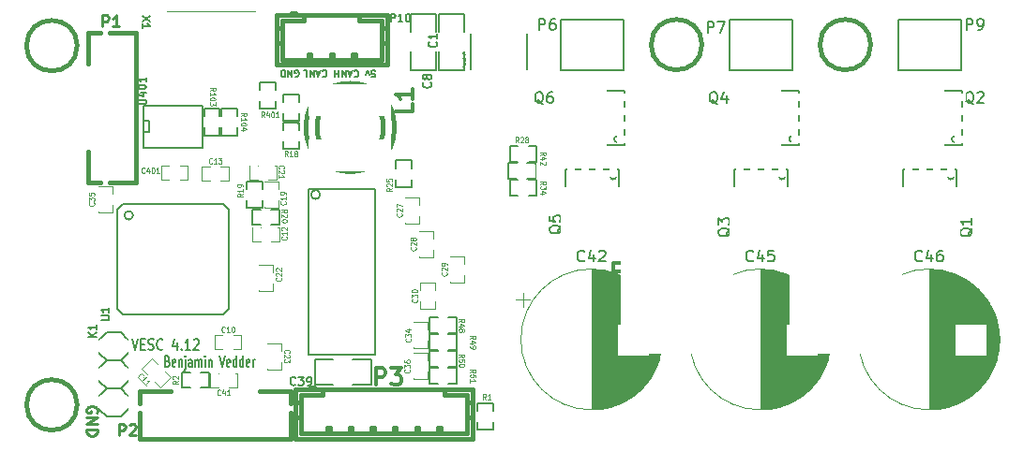
<source format=gto>
G04 #@! TF.GenerationSoftware,KiCad,Pcbnew,(5.0.0-3-g5ebb6b6)*
G04 #@! TF.CreationDate,2018-09-28T14:58:41+02:00*
G04 #@! TF.ProjectId,VESC-5,564553432D352E6B696361645F706362,A*
G04 #@! TF.SameCoordinates,Original*
G04 #@! TF.FileFunction,Legend,Top*
G04 #@! TF.FilePolarity,Positive*
%FSLAX46Y46*%
G04 Gerber Fmt 4.6, Leading zero omitted, Abs format (unit mm)*
G04 Created by KiCad (PCBNEW (5.0.0-3-g5ebb6b6)) date 2018 September 28, Friday 14:58:41*
%MOMM*%
%LPD*%
G01*
G04 APERTURE LIST*
%ADD10C,0.150000*%
%ADD11C,0.250000*%
%ADD12C,0.127000*%
%ADD13C,0.381000*%
%ADD14C,0.120000*%
%ADD15C,0.066040*%
%ADD16C,0.152400*%
%ADD17C,0.119380*%
%ADD18C,0.099060*%
%ADD19C,0.114300*%
%ADD20C,0.175000*%
%ADD21C,0.304800*%
%ADD22C,0.149860*%
%ADD23R,0.635000X1.143000*%
%ADD24C,4.064000*%
%ADD25R,2.400000X2.400000*%
%ADD26C,2.400000*%
%ADD27R,0.750000X1.000000*%
%ADD28R,5.550000X4.530000*%
%ADD29R,5.000000X4.000000*%
%ADD30R,4.530000X5.550000*%
%ADD31R,1.000000X0.750000*%
%ADD32C,1.300480*%
%ADD33R,1.198880X1.699260*%
%ADD34O,1.198880X1.699260*%
%ADD35O,3.048000X1.524000*%
%ADD36R,5.499100X1.849120*%
%ADD37R,7.498080X2.997200*%
%ADD38R,1.300480X0.300000*%
%ADD39R,0.300000X1.300480*%
%ADD40R,1.501140X0.299720*%
%ADD41R,3.599180X7.000240*%
%ADD42R,2.032000X1.524000*%
%ADD43R,1.524000X2.032000*%
%ADD44R,1.143000X0.635000*%
%ADD45R,0.599440X1.399540*%
%ADD46R,1.300000X1.300000*%
%ADD47C,1.300000*%
%ADD48C,0.635000*%
%ADD49C,0.100000*%
%ADD50R,0.500000X1.500000*%
%ADD51R,2.400000X2.200000*%
%ADD52R,2.000000X2.200000*%
%ADD53C,1.000000*%
%ADD54C,0.254000*%
G04 APERTURE END LIST*
D10*
X178477714Y-90551571D02*
X178763428Y-90551571D01*
X178792000Y-90265857D01*
X178763428Y-90294428D01*
X178706285Y-90323000D01*
X178563428Y-90323000D01*
X178506285Y-90294428D01*
X178477714Y-90265857D01*
X178449142Y-90208714D01*
X178449142Y-90065857D01*
X178477714Y-90008714D01*
X178506285Y-89980142D01*
X178563428Y-89951571D01*
X178706285Y-89951571D01*
X178763428Y-89980142D01*
X178792000Y-90008714D01*
X178249142Y-90351571D02*
X178106285Y-89951571D01*
X177963428Y-90351571D01*
X176892000Y-90008714D02*
X176920571Y-89980142D01*
X177006285Y-89951571D01*
X177063428Y-89951571D01*
X177149142Y-89980142D01*
X177206285Y-90037285D01*
X177234857Y-90094428D01*
X177263428Y-90208714D01*
X177263428Y-90294428D01*
X177234857Y-90408714D01*
X177206285Y-90465857D01*
X177149142Y-90523000D01*
X177063428Y-90551571D01*
X177006285Y-90551571D01*
X176920571Y-90523000D01*
X176892000Y-90494428D01*
X176663428Y-90123000D02*
X176377714Y-90123000D01*
X176720571Y-89951571D02*
X176520571Y-90551571D01*
X176320571Y-89951571D01*
X176120571Y-89951571D02*
X176120571Y-90551571D01*
X175777714Y-89951571D01*
X175777714Y-90551571D01*
X175492000Y-89951571D02*
X175492000Y-90551571D01*
X175492000Y-90265857D02*
X175149142Y-90265857D01*
X175149142Y-89951571D02*
X175149142Y-90551571D01*
X174020571Y-90008714D02*
X174049142Y-89980142D01*
X174134857Y-89951571D01*
X174192000Y-89951571D01*
X174277714Y-89980142D01*
X174334857Y-90037285D01*
X174363428Y-90094428D01*
X174392000Y-90208714D01*
X174392000Y-90294428D01*
X174363428Y-90408714D01*
X174334857Y-90465857D01*
X174277714Y-90523000D01*
X174192000Y-90551571D01*
X174134857Y-90551571D01*
X174049142Y-90523000D01*
X174020571Y-90494428D01*
X173792000Y-90123000D02*
X173506285Y-90123000D01*
X173849142Y-89951571D02*
X173649142Y-90551571D01*
X173449142Y-89951571D01*
X173249142Y-89951571D02*
X173249142Y-90551571D01*
X172906285Y-89951571D01*
X172906285Y-90551571D01*
X172334857Y-89951571D02*
X172620571Y-89951571D01*
X172620571Y-90551571D01*
X171549142Y-90523000D02*
X171606285Y-90551571D01*
X171692000Y-90551571D01*
X171777714Y-90523000D01*
X171834857Y-90465857D01*
X171863428Y-90408714D01*
X171892000Y-90294428D01*
X171892000Y-90208714D01*
X171863428Y-90094428D01*
X171834857Y-90037285D01*
X171777714Y-89980142D01*
X171692000Y-89951571D01*
X171634857Y-89951571D01*
X171549142Y-89980142D01*
X171520571Y-90008714D01*
X171520571Y-90208714D01*
X171634857Y-90208714D01*
X171263428Y-89951571D02*
X171263428Y-90551571D01*
X170920571Y-89951571D01*
X170920571Y-90551571D01*
X170634857Y-89951571D02*
X170634857Y-90551571D01*
X170492000Y-90551571D01*
X170406285Y-90523000D01*
X170349142Y-90465857D01*
X170320571Y-90408714D01*
X170292000Y-90294428D01*
X170292000Y-90208714D01*
X170320571Y-90094428D01*
X170349142Y-90037285D01*
X170406285Y-89980142D01*
X170492000Y-89951571D01*
X170634857Y-89951571D01*
D11*
X153666000Y-120911095D02*
X153713619Y-120815857D01*
X153713619Y-120673000D01*
X153666000Y-120530142D01*
X153570761Y-120434904D01*
X153475523Y-120387285D01*
X153285047Y-120339666D01*
X153142190Y-120339666D01*
X152951714Y-120387285D01*
X152856476Y-120434904D01*
X152761238Y-120530142D01*
X152713619Y-120673000D01*
X152713619Y-120768238D01*
X152761238Y-120911095D01*
X152808857Y-120958714D01*
X153142190Y-120958714D01*
X153142190Y-120768238D01*
X152713619Y-121387285D02*
X153713619Y-121387285D01*
X152713619Y-121958714D01*
X153713619Y-121958714D01*
X152713619Y-122434904D02*
X153713619Y-122434904D01*
X153713619Y-122673000D01*
X153666000Y-122815857D01*
X153570761Y-122911095D01*
X153475523Y-122958714D01*
X153285047Y-123006333D01*
X153142190Y-123006333D01*
X152951714Y-122958714D01*
X152856476Y-122911095D01*
X152761238Y-122815857D01*
X152713619Y-122673000D01*
X152713619Y-122434904D01*
D10*
X160040561Y-116260571D02*
X160134904Y-116308190D01*
X160166352Y-116355809D01*
X160197800Y-116451047D01*
X160197800Y-116593904D01*
X160166352Y-116689142D01*
X160134904Y-116736761D01*
X160072009Y-116784380D01*
X159820428Y-116784380D01*
X159820428Y-115784380D01*
X160040561Y-115784380D01*
X160103457Y-115832000D01*
X160134904Y-115879619D01*
X160166352Y-115974857D01*
X160166352Y-116070095D01*
X160134904Y-116165333D01*
X160103457Y-116212952D01*
X160040561Y-116260571D01*
X159820428Y-116260571D01*
X160732409Y-116736761D02*
X160669514Y-116784380D01*
X160543723Y-116784380D01*
X160480828Y-116736761D01*
X160449380Y-116641523D01*
X160449380Y-116260571D01*
X160480828Y-116165333D01*
X160543723Y-116117714D01*
X160669514Y-116117714D01*
X160732409Y-116165333D01*
X160763857Y-116260571D01*
X160763857Y-116355809D01*
X160449380Y-116451047D01*
X161046885Y-116117714D02*
X161046885Y-116784380D01*
X161046885Y-116212952D02*
X161078333Y-116165333D01*
X161141228Y-116117714D01*
X161235571Y-116117714D01*
X161298466Y-116165333D01*
X161329914Y-116260571D01*
X161329914Y-116784380D01*
X161644390Y-116117714D02*
X161644390Y-116974857D01*
X161612942Y-117070095D01*
X161550047Y-117117714D01*
X161518600Y-117117714D01*
X161644390Y-115784380D02*
X161612942Y-115832000D01*
X161644390Y-115879619D01*
X161675838Y-115832000D01*
X161644390Y-115784380D01*
X161644390Y-115879619D01*
X162241895Y-116784380D02*
X162241895Y-116260571D01*
X162210447Y-116165333D01*
X162147552Y-116117714D01*
X162021761Y-116117714D01*
X161958866Y-116165333D01*
X162241895Y-116736761D02*
X162179000Y-116784380D01*
X162021761Y-116784380D01*
X161958866Y-116736761D01*
X161927419Y-116641523D01*
X161927419Y-116546285D01*
X161958866Y-116451047D01*
X162021761Y-116403428D01*
X162179000Y-116403428D01*
X162241895Y-116355809D01*
X162556371Y-116784380D02*
X162556371Y-116117714D01*
X162556371Y-116212952D02*
X162587819Y-116165333D01*
X162650714Y-116117714D01*
X162745057Y-116117714D01*
X162807952Y-116165333D01*
X162839400Y-116260571D01*
X162839400Y-116784380D01*
X162839400Y-116260571D02*
X162870847Y-116165333D01*
X162933742Y-116117714D01*
X163028085Y-116117714D01*
X163090980Y-116165333D01*
X163122428Y-116260571D01*
X163122428Y-116784380D01*
X163436904Y-116784380D02*
X163436904Y-116117714D01*
X163436904Y-115784380D02*
X163405457Y-115832000D01*
X163436904Y-115879619D01*
X163468352Y-115832000D01*
X163436904Y-115784380D01*
X163436904Y-115879619D01*
X163751380Y-116117714D02*
X163751380Y-116784380D01*
X163751380Y-116212952D02*
X163782828Y-116165333D01*
X163845723Y-116117714D01*
X163940066Y-116117714D01*
X164002961Y-116165333D01*
X164034409Y-116260571D01*
X164034409Y-116784380D01*
X164757704Y-115784380D02*
X164977838Y-116784380D01*
X165197971Y-115784380D01*
X165669685Y-116736761D02*
X165606790Y-116784380D01*
X165481000Y-116784380D01*
X165418104Y-116736761D01*
X165386657Y-116641523D01*
X165386657Y-116260571D01*
X165418104Y-116165333D01*
X165481000Y-116117714D01*
X165606790Y-116117714D01*
X165669685Y-116165333D01*
X165701133Y-116260571D01*
X165701133Y-116355809D01*
X165386657Y-116451047D01*
X166267190Y-116784380D02*
X166267190Y-115784380D01*
X166267190Y-116736761D02*
X166204295Y-116784380D01*
X166078504Y-116784380D01*
X166015609Y-116736761D01*
X165984161Y-116689142D01*
X165952714Y-116593904D01*
X165952714Y-116308190D01*
X165984161Y-116212952D01*
X166015609Y-116165333D01*
X166078504Y-116117714D01*
X166204295Y-116117714D01*
X166267190Y-116165333D01*
X166864695Y-116784380D02*
X166864695Y-115784380D01*
X166864695Y-116736761D02*
X166801800Y-116784380D01*
X166676009Y-116784380D01*
X166613114Y-116736761D01*
X166581666Y-116689142D01*
X166550219Y-116593904D01*
X166550219Y-116308190D01*
X166581666Y-116212952D01*
X166613114Y-116165333D01*
X166676009Y-116117714D01*
X166801800Y-116117714D01*
X166864695Y-116165333D01*
X167430752Y-116736761D02*
X167367857Y-116784380D01*
X167242066Y-116784380D01*
X167179171Y-116736761D01*
X167147723Y-116641523D01*
X167147723Y-116260571D01*
X167179171Y-116165333D01*
X167242066Y-116117714D01*
X167367857Y-116117714D01*
X167430752Y-116165333D01*
X167462200Y-116260571D01*
X167462200Y-116355809D01*
X167147723Y-116451047D01*
X167745228Y-116784380D02*
X167745228Y-116117714D01*
X167745228Y-116308190D02*
X167776676Y-116212952D01*
X167808123Y-116165333D01*
X167871019Y-116117714D01*
X167933914Y-116117714D01*
X156845380Y-114260380D02*
X157112047Y-115260380D01*
X157378714Y-114260380D01*
X157645380Y-114736571D02*
X157912047Y-114736571D01*
X158026333Y-115260380D02*
X157645380Y-115260380D01*
X157645380Y-114260380D01*
X158026333Y-114260380D01*
X158331095Y-115212761D02*
X158445380Y-115260380D01*
X158635857Y-115260380D01*
X158712047Y-115212761D01*
X158750142Y-115165142D01*
X158788238Y-115069904D01*
X158788238Y-114974666D01*
X158750142Y-114879428D01*
X158712047Y-114831809D01*
X158635857Y-114784190D01*
X158483476Y-114736571D01*
X158407285Y-114688952D01*
X158369190Y-114641333D01*
X158331095Y-114546095D01*
X158331095Y-114450857D01*
X158369190Y-114355619D01*
X158407285Y-114308000D01*
X158483476Y-114260380D01*
X158673952Y-114260380D01*
X158788238Y-114308000D01*
X159588238Y-115165142D02*
X159550142Y-115212761D01*
X159435857Y-115260380D01*
X159359666Y-115260380D01*
X159245380Y-115212761D01*
X159169190Y-115117523D01*
X159131095Y-115022285D01*
X159093000Y-114831809D01*
X159093000Y-114688952D01*
X159131095Y-114498476D01*
X159169190Y-114403238D01*
X159245380Y-114308000D01*
X159359666Y-114260380D01*
X159435857Y-114260380D01*
X159550142Y-114308000D01*
X159588238Y-114355619D01*
X160883476Y-114593714D02*
X160883476Y-115260380D01*
X160693000Y-114212761D02*
X160502523Y-114927047D01*
X160997761Y-114927047D01*
X161302523Y-115165142D02*
X161340619Y-115212761D01*
X161302523Y-115260380D01*
X161264428Y-115212761D01*
X161302523Y-115165142D01*
X161302523Y-115260380D01*
X162102523Y-115260380D02*
X161645380Y-115260380D01*
X161873952Y-115260380D02*
X161873952Y-114260380D01*
X161797761Y-114403238D01*
X161721571Y-114498476D01*
X161645380Y-114546095D01*
X162407285Y-114355619D02*
X162445380Y-114308000D01*
X162521571Y-114260380D01*
X162712047Y-114260380D01*
X162788238Y-114308000D01*
X162826333Y-114355619D01*
X162864428Y-114450857D01*
X162864428Y-114546095D01*
X162826333Y-114688952D01*
X162369190Y-115260380D01*
X162864428Y-115260380D01*
D12*
G04 #@! TO.C,R34*
X190944500Y-99885500D02*
X191650620Y-99885500D01*
X190944500Y-101282500D02*
X190944500Y-99885500D01*
X190944500Y-101282500D02*
X191650620Y-101282500D01*
X193357500Y-99885500D02*
X192651380Y-99885500D01*
X193357500Y-101282500D02*
X193357500Y-99885500D01*
X192651380Y-101282500D02*
X193357500Y-101282500D01*
G04 #@! TO.C,R28*
X190944500Y-96837500D02*
X191650620Y-96837500D01*
X190944500Y-98234500D02*
X190944500Y-96837500D01*
X190944500Y-98234500D02*
X191650620Y-98234500D01*
X193357500Y-96837500D02*
X192651380Y-96837500D01*
X193357500Y-98234500D02*
X193357500Y-96837500D01*
X192651380Y-98234500D02*
X193357500Y-98234500D01*
D13*
G04 #@! TO.C,1PIN*
X208280000Y-87630000D02*
G75*
G03X208280000Y-87630000I-2286000J0D01*
G01*
X223520000Y-87630000D02*
G75*
G03X223520000Y-87630000I-2286000J0D01*
G01*
D12*
G04 #@! TO.C,R42*
X190817500Y-98361500D02*
X191523620Y-98361500D01*
X190817500Y-99758500D02*
X190817500Y-98361500D01*
X190817500Y-99758500D02*
X191523620Y-99758500D01*
X193230500Y-98361500D02*
X192524380Y-98361500D01*
X193230500Y-99758500D02*
X193230500Y-98361500D01*
X192524380Y-99758500D02*
X193230500Y-99758500D01*
D14*
G04 #@! TO.C,C46*
X235164000Y-114300000D02*
G75*
G03X235164000Y-114300000I-6370000J0D01*
G01*
X228794000Y-107970000D02*
X228794000Y-120630000D01*
X228834000Y-107970000D02*
X228834000Y-120630000D01*
X228874000Y-107970000D02*
X228874000Y-120630000D01*
X228914000Y-107971000D02*
X228914000Y-120629000D01*
X228954000Y-107972000D02*
X228954000Y-120628000D01*
X228994000Y-107973000D02*
X228994000Y-120627000D01*
X229034000Y-107974000D02*
X229034000Y-120626000D01*
X229074000Y-107976000D02*
X229074000Y-120624000D01*
X229114000Y-107978000D02*
X229114000Y-120622000D01*
X229154000Y-107980000D02*
X229154000Y-120620000D01*
X229194000Y-107982000D02*
X229194000Y-120618000D01*
X229234000Y-107985000D02*
X229234000Y-120615000D01*
X229274000Y-107988000D02*
X229274000Y-120612000D01*
X229314000Y-107991000D02*
X229314000Y-120609000D01*
X229354000Y-107994000D02*
X229354000Y-120606000D01*
X229394000Y-107998000D02*
X229394000Y-120602000D01*
X229434000Y-108002000D02*
X229434000Y-120598000D01*
X229474000Y-108006000D02*
X229474000Y-120594000D01*
X229515000Y-108010000D02*
X229515000Y-120590000D01*
X229555000Y-108015000D02*
X229555000Y-120585000D01*
X229595000Y-108020000D02*
X229595000Y-120580000D01*
X229635000Y-108025000D02*
X229635000Y-120575000D01*
X229675000Y-108031000D02*
X229675000Y-120569000D01*
X229715000Y-108036000D02*
X229715000Y-120564000D01*
X229755000Y-108042000D02*
X229755000Y-120558000D01*
X229795000Y-108048000D02*
X229795000Y-120552000D01*
X229835000Y-108055000D02*
X229835000Y-120545000D01*
X229875000Y-108062000D02*
X229875000Y-120538000D01*
X229915000Y-108069000D02*
X229915000Y-120531000D01*
X229955000Y-108076000D02*
X229955000Y-120524000D01*
X229995000Y-108084000D02*
X229995000Y-120516000D01*
X230035000Y-108091000D02*
X230035000Y-120509000D01*
X230075000Y-108099000D02*
X230075000Y-120501000D01*
X230115000Y-108108000D02*
X230115000Y-120492000D01*
X230155000Y-108116000D02*
X230155000Y-120484000D01*
X230195000Y-108125000D02*
X230195000Y-120475000D01*
X230235000Y-108134000D02*
X230235000Y-120466000D01*
X230275000Y-108144000D02*
X230275000Y-120456000D01*
X230315000Y-108154000D02*
X230315000Y-120446000D01*
X230355000Y-108163000D02*
X230355000Y-120437000D01*
X230395000Y-108174000D02*
X230395000Y-120426000D01*
X230435000Y-108184000D02*
X230435000Y-120416000D01*
X230475000Y-108195000D02*
X230475000Y-120405000D01*
X230515000Y-108206000D02*
X230515000Y-120394000D01*
X230555000Y-108217000D02*
X230555000Y-120383000D01*
X230595000Y-108229000D02*
X230595000Y-120371000D01*
X230635000Y-108241000D02*
X230635000Y-120359000D01*
X230675000Y-108253000D02*
X230675000Y-120347000D01*
X230715000Y-108266000D02*
X230715000Y-120334000D01*
X230755000Y-108279000D02*
X230755000Y-120321000D01*
X230795000Y-108292000D02*
X230795000Y-120308000D01*
X230835000Y-108305000D02*
X230835000Y-120295000D01*
X230875000Y-108319000D02*
X230875000Y-120281000D01*
X230915000Y-108333000D02*
X230915000Y-120267000D01*
X230955000Y-108347000D02*
X230955000Y-120253000D01*
X230995000Y-108361000D02*
X230995000Y-120239000D01*
X231035000Y-108376000D02*
X231035000Y-120224000D01*
X231075000Y-108392000D02*
X231075000Y-120208000D01*
X231115000Y-108407000D02*
X231115000Y-112860000D01*
X231115000Y-115740000D02*
X231115000Y-120193000D01*
X231155000Y-108423000D02*
X231155000Y-112860000D01*
X231155000Y-115740000D02*
X231155000Y-120177000D01*
X231195000Y-108439000D02*
X231195000Y-112860000D01*
X231195000Y-115740000D02*
X231195000Y-120161000D01*
X231235000Y-108455000D02*
X231235000Y-112860000D01*
X231235000Y-115740000D02*
X231235000Y-120145000D01*
X231275000Y-108472000D02*
X231275000Y-112860000D01*
X231275000Y-115740000D02*
X231275000Y-120128000D01*
X231315000Y-108489000D02*
X231315000Y-112860000D01*
X231315000Y-115740000D02*
X231315000Y-120111000D01*
X231355000Y-108507000D02*
X231355000Y-112860000D01*
X231355000Y-115740000D02*
X231355000Y-120093000D01*
X231395000Y-108524000D02*
X231395000Y-112860000D01*
X231395000Y-115740000D02*
X231395000Y-120076000D01*
X231435000Y-108542000D02*
X231435000Y-112860000D01*
X231435000Y-115740000D02*
X231435000Y-120058000D01*
X231475000Y-108561000D02*
X231475000Y-112860000D01*
X231475000Y-115740000D02*
X231475000Y-120039000D01*
X231515000Y-108579000D02*
X231515000Y-112860000D01*
X231515000Y-115740000D02*
X231515000Y-120021000D01*
X231555000Y-108598000D02*
X231555000Y-112860000D01*
X231555000Y-115740000D02*
X231555000Y-120002000D01*
X231595000Y-108618000D02*
X231595000Y-112860000D01*
X231595000Y-115740000D02*
X231595000Y-119982000D01*
X231635000Y-108638000D02*
X231635000Y-112860000D01*
X231635000Y-115740000D02*
X231635000Y-119962000D01*
X231675000Y-108658000D02*
X231675000Y-112860000D01*
X231675000Y-115740000D02*
X231675000Y-119942000D01*
X231715000Y-108678000D02*
X231715000Y-112860000D01*
X231715000Y-115740000D02*
X231715000Y-119922000D01*
X231755000Y-108699000D02*
X231755000Y-112860000D01*
X231755000Y-115740000D02*
X231755000Y-119901000D01*
X231795000Y-108720000D02*
X231795000Y-112860000D01*
X231795000Y-115740000D02*
X231795000Y-119880000D01*
X231835000Y-108742000D02*
X231835000Y-112860000D01*
X231835000Y-115740000D02*
X231835000Y-119858000D01*
X231875000Y-108764000D02*
X231875000Y-112860000D01*
X231875000Y-115740000D02*
X231875000Y-119836000D01*
X231915000Y-108786000D02*
X231915000Y-112860000D01*
X231915000Y-115740000D02*
X231915000Y-119814000D01*
X231955000Y-108809000D02*
X231955000Y-112860000D01*
X231955000Y-115740000D02*
X231955000Y-119791000D01*
X231995000Y-108832000D02*
X231995000Y-112860000D01*
X231995000Y-115740000D02*
X231995000Y-119768000D01*
X232035000Y-108855000D02*
X232035000Y-112860000D01*
X232035000Y-115740000D02*
X232035000Y-119745000D01*
X232075000Y-108879000D02*
X232075000Y-112860000D01*
X232075000Y-115740000D02*
X232075000Y-119721000D01*
X232115000Y-108903000D02*
X232115000Y-112860000D01*
X232115000Y-115740000D02*
X232115000Y-119697000D01*
X232155000Y-108928000D02*
X232155000Y-112860000D01*
X232155000Y-115740000D02*
X232155000Y-119672000D01*
X232195000Y-108953000D02*
X232195000Y-112860000D01*
X232195000Y-115740000D02*
X232195000Y-119647000D01*
X232235000Y-108978000D02*
X232235000Y-112860000D01*
X232235000Y-115740000D02*
X232235000Y-119622000D01*
X232275000Y-109004000D02*
X232275000Y-112860000D01*
X232275000Y-115740000D02*
X232275000Y-119596000D01*
X232315000Y-109030000D02*
X232315000Y-112860000D01*
X232315000Y-115740000D02*
X232315000Y-119570000D01*
X232355000Y-109057000D02*
X232355000Y-112860000D01*
X232355000Y-115740000D02*
X232355000Y-119543000D01*
X232395000Y-109084000D02*
X232395000Y-112860000D01*
X232395000Y-115740000D02*
X232395000Y-119516000D01*
X232435000Y-109112000D02*
X232435000Y-112860000D01*
X232435000Y-115740000D02*
X232435000Y-119488000D01*
X232475000Y-109140000D02*
X232475000Y-112860000D01*
X232475000Y-115740000D02*
X232475000Y-119460000D01*
X232515000Y-109169000D02*
X232515000Y-112860000D01*
X232515000Y-115740000D02*
X232515000Y-119431000D01*
X232555000Y-109198000D02*
X232555000Y-112860000D01*
X232555000Y-115740000D02*
X232555000Y-119402000D01*
X232595000Y-109227000D02*
X232595000Y-112860000D01*
X232595000Y-115740000D02*
X232595000Y-119373000D01*
X232635000Y-109257000D02*
X232635000Y-112860000D01*
X232635000Y-115740000D02*
X232635000Y-119343000D01*
X232675000Y-109288000D02*
X232675000Y-112860000D01*
X232675000Y-115740000D02*
X232675000Y-119312000D01*
X232715000Y-109318000D02*
X232715000Y-112860000D01*
X232715000Y-115740000D02*
X232715000Y-119282000D01*
X232755000Y-109350000D02*
X232755000Y-112860000D01*
X232755000Y-115740000D02*
X232755000Y-119250000D01*
X232795000Y-109382000D02*
X232795000Y-112860000D01*
X232795000Y-115740000D02*
X232795000Y-119218000D01*
X232835000Y-109415000D02*
X232835000Y-112860000D01*
X232835000Y-115740000D02*
X232835000Y-119185000D01*
X232875000Y-109448000D02*
X232875000Y-112860000D01*
X232875000Y-115740000D02*
X232875000Y-119152000D01*
X232915000Y-109481000D02*
X232915000Y-112860000D01*
X232915000Y-115740000D02*
X232915000Y-119119000D01*
X232955000Y-109515000D02*
X232955000Y-112860000D01*
X232955000Y-115740000D02*
X232955000Y-119085000D01*
X232995000Y-109550000D02*
X232995000Y-112860000D01*
X232995000Y-115740000D02*
X232995000Y-119050000D01*
X233035000Y-109586000D02*
X233035000Y-112860000D01*
X233035000Y-115740000D02*
X233035000Y-119014000D01*
X233075000Y-109622000D02*
X233075000Y-112860000D01*
X233075000Y-115740000D02*
X233075000Y-118978000D01*
X233115000Y-109658000D02*
X233115000Y-112860000D01*
X233115000Y-115740000D02*
X233115000Y-118942000D01*
X233155000Y-109695000D02*
X233155000Y-112860000D01*
X233155000Y-115740000D02*
X233155000Y-118905000D01*
X233195000Y-109733000D02*
X233195000Y-112860000D01*
X233195000Y-115740000D02*
X233195000Y-118867000D01*
X233235000Y-109772000D02*
X233235000Y-112860000D01*
X233235000Y-115740000D02*
X233235000Y-118828000D01*
X233275000Y-109811000D02*
X233275000Y-112860000D01*
X233275000Y-115740000D02*
X233275000Y-118789000D01*
X233315000Y-109851000D02*
X233315000Y-112860000D01*
X233315000Y-115740000D02*
X233315000Y-118749000D01*
X233355000Y-109892000D02*
X233355000Y-112860000D01*
X233355000Y-115740000D02*
X233355000Y-118708000D01*
X233395000Y-109933000D02*
X233395000Y-112860000D01*
X233395000Y-115740000D02*
X233395000Y-118667000D01*
X233435000Y-109975000D02*
X233435000Y-112860000D01*
X233435000Y-115740000D02*
X233435000Y-118625000D01*
X233475000Y-110018000D02*
X233475000Y-112860000D01*
X233475000Y-115740000D02*
X233475000Y-118582000D01*
X233515000Y-110062000D02*
X233515000Y-112860000D01*
X233515000Y-115740000D02*
X233515000Y-118538000D01*
X233555000Y-110106000D02*
X233555000Y-112860000D01*
X233555000Y-115740000D02*
X233555000Y-118494000D01*
X233595000Y-110152000D02*
X233595000Y-112860000D01*
X233595000Y-115740000D02*
X233595000Y-118448000D01*
X233635000Y-110198000D02*
X233635000Y-112860000D01*
X233635000Y-115740000D02*
X233635000Y-118402000D01*
X233675000Y-110245000D02*
X233675000Y-112860000D01*
X233675000Y-115740000D02*
X233675000Y-118355000D01*
X233715000Y-110293000D02*
X233715000Y-112860000D01*
X233715000Y-115740000D02*
X233715000Y-118307000D01*
X233755000Y-110343000D02*
X233755000Y-112860000D01*
X233755000Y-115740000D02*
X233755000Y-118257000D01*
X233795000Y-110393000D02*
X233795000Y-112860000D01*
X233795000Y-115740000D02*
X233795000Y-118207000D01*
X233835000Y-110444000D02*
X233835000Y-112860000D01*
X233835000Y-115740000D02*
X233835000Y-118156000D01*
X233875000Y-110496000D02*
X233875000Y-112860000D01*
X233875000Y-115740000D02*
X233875000Y-118104000D01*
X233915000Y-110550000D02*
X233915000Y-112860000D01*
X233915000Y-115740000D02*
X233915000Y-118050000D01*
X233955000Y-110604000D02*
X233955000Y-112860000D01*
X233955000Y-115740000D02*
X233955000Y-117996000D01*
X233995000Y-110660000D02*
X233995000Y-117940000D01*
X234035000Y-110717000D02*
X234035000Y-117883000D01*
X234075000Y-110776000D02*
X234075000Y-117824000D01*
X234115000Y-110836000D02*
X234115000Y-117764000D01*
X234155000Y-110898000D02*
X234155000Y-117702000D01*
X234195000Y-110961000D02*
X234195000Y-117639000D01*
X234235000Y-111025000D02*
X234235000Y-117575000D01*
X234275000Y-111092000D02*
X234275000Y-117508000D01*
X234315000Y-111160000D02*
X234315000Y-117440000D01*
X234355000Y-111231000D02*
X234355000Y-117369000D01*
X234395000Y-111304000D02*
X234395000Y-117296000D01*
X234435000Y-111379000D02*
X234435000Y-117221000D01*
X234475000Y-111456000D02*
X234475000Y-117144000D01*
X234515000Y-111536000D02*
X234515000Y-117064000D01*
X234555000Y-111619000D02*
X234555000Y-116981000D01*
X234595000Y-111706000D02*
X234595000Y-116894000D01*
X234635000Y-111796000D02*
X234635000Y-116804000D01*
X234675000Y-111890000D02*
X234675000Y-116710000D01*
X234715000Y-111988000D02*
X234715000Y-116612000D01*
X234755000Y-112091000D02*
X234755000Y-116509000D01*
X234795000Y-112200000D02*
X234795000Y-116400000D01*
X234835000Y-112316000D02*
X234835000Y-116284000D01*
X234875000Y-112439000D02*
X234875000Y-116161000D01*
X234915000Y-112572000D02*
X234915000Y-116028000D01*
X234955000Y-112717000D02*
X234955000Y-115883000D01*
X234995000Y-112878000D02*
X234995000Y-115722000D01*
X235035000Y-113059000D02*
X235035000Y-115541000D01*
X235075000Y-113272000D02*
X235075000Y-115328000D01*
X235115000Y-113543000D02*
X235115000Y-115057000D01*
X235155000Y-113983000D02*
X235155000Y-114617000D01*
X221976918Y-110725000D02*
X223226918Y-110725000D01*
X222601918Y-110100000D02*
X222601918Y-111350000D01*
G04 #@! TO.C,C45*
X207361918Y-110100000D02*
X207361918Y-111350000D01*
X206736918Y-110725000D02*
X207986918Y-110725000D01*
X219915000Y-113983000D02*
X219915000Y-114617000D01*
X219875000Y-113543000D02*
X219875000Y-115057000D01*
X219835000Y-113272000D02*
X219835000Y-115328000D01*
X219795000Y-113059000D02*
X219795000Y-115541000D01*
X219755000Y-112878000D02*
X219755000Y-115722000D01*
X219715000Y-112717000D02*
X219715000Y-115883000D01*
X219675000Y-112572000D02*
X219675000Y-116028000D01*
X219635000Y-112439000D02*
X219635000Y-116161000D01*
X219595000Y-112316000D02*
X219595000Y-116284000D01*
X219555000Y-112200000D02*
X219555000Y-116400000D01*
X219515000Y-112091000D02*
X219515000Y-116509000D01*
X219475000Y-111988000D02*
X219475000Y-116612000D01*
X219435000Y-111890000D02*
X219435000Y-116710000D01*
X219395000Y-111796000D02*
X219395000Y-116804000D01*
X219355000Y-111706000D02*
X219355000Y-116894000D01*
X219315000Y-111619000D02*
X219315000Y-116981000D01*
X219275000Y-111536000D02*
X219275000Y-117064000D01*
X219235000Y-111456000D02*
X219235000Y-117144000D01*
X219195000Y-111379000D02*
X219195000Y-117221000D01*
X219155000Y-111304000D02*
X219155000Y-117296000D01*
X219115000Y-111231000D02*
X219115000Y-117369000D01*
X219075000Y-111160000D02*
X219075000Y-117440000D01*
X219035000Y-111092000D02*
X219035000Y-117508000D01*
X218995000Y-111025000D02*
X218995000Y-117575000D01*
X218955000Y-110961000D02*
X218955000Y-117639000D01*
X218915000Y-110898000D02*
X218915000Y-117702000D01*
X218875000Y-110836000D02*
X218875000Y-117764000D01*
X218835000Y-110776000D02*
X218835000Y-117824000D01*
X218795000Y-110717000D02*
X218795000Y-117883000D01*
X218755000Y-110660000D02*
X218755000Y-117940000D01*
X218715000Y-115740000D02*
X218715000Y-117996000D01*
X218715000Y-110604000D02*
X218715000Y-112860000D01*
X218675000Y-115740000D02*
X218675000Y-118050000D01*
X218675000Y-110550000D02*
X218675000Y-112860000D01*
X218635000Y-115740000D02*
X218635000Y-118104000D01*
X218635000Y-110496000D02*
X218635000Y-112860000D01*
X218595000Y-115740000D02*
X218595000Y-118156000D01*
X218595000Y-110444000D02*
X218595000Y-112860000D01*
X218555000Y-115740000D02*
X218555000Y-118207000D01*
X218555000Y-110393000D02*
X218555000Y-112860000D01*
X218515000Y-115740000D02*
X218515000Y-118257000D01*
X218515000Y-110343000D02*
X218515000Y-112860000D01*
X218475000Y-115740000D02*
X218475000Y-118307000D01*
X218475000Y-110293000D02*
X218475000Y-112860000D01*
X218435000Y-115740000D02*
X218435000Y-118355000D01*
X218435000Y-110245000D02*
X218435000Y-112860000D01*
X218395000Y-115740000D02*
X218395000Y-118402000D01*
X218395000Y-110198000D02*
X218395000Y-112860000D01*
X218355000Y-115740000D02*
X218355000Y-118448000D01*
X218355000Y-110152000D02*
X218355000Y-112860000D01*
X218315000Y-115740000D02*
X218315000Y-118494000D01*
X218315000Y-110106000D02*
X218315000Y-112860000D01*
X218275000Y-115740000D02*
X218275000Y-118538000D01*
X218275000Y-110062000D02*
X218275000Y-112860000D01*
X218235000Y-115740000D02*
X218235000Y-118582000D01*
X218235000Y-110018000D02*
X218235000Y-112860000D01*
X218195000Y-115740000D02*
X218195000Y-118625000D01*
X218195000Y-109975000D02*
X218195000Y-112860000D01*
X218155000Y-115740000D02*
X218155000Y-118667000D01*
X218155000Y-109933000D02*
X218155000Y-112860000D01*
X218115000Y-115740000D02*
X218115000Y-118708000D01*
X218115000Y-109892000D02*
X218115000Y-112860000D01*
X218075000Y-115740000D02*
X218075000Y-118749000D01*
X218075000Y-109851000D02*
X218075000Y-112860000D01*
X218035000Y-115740000D02*
X218035000Y-118789000D01*
X218035000Y-109811000D02*
X218035000Y-112860000D01*
X217995000Y-115740000D02*
X217995000Y-118828000D01*
X217995000Y-109772000D02*
X217995000Y-112860000D01*
X217955000Y-115740000D02*
X217955000Y-118867000D01*
X217955000Y-109733000D02*
X217955000Y-112860000D01*
X217915000Y-115740000D02*
X217915000Y-118905000D01*
X217915000Y-109695000D02*
X217915000Y-112860000D01*
X217875000Y-115740000D02*
X217875000Y-118942000D01*
X217875000Y-109658000D02*
X217875000Y-112860000D01*
X217835000Y-115740000D02*
X217835000Y-118978000D01*
X217835000Y-109622000D02*
X217835000Y-112860000D01*
X217795000Y-115740000D02*
X217795000Y-119014000D01*
X217795000Y-109586000D02*
X217795000Y-112860000D01*
X217755000Y-115740000D02*
X217755000Y-119050000D01*
X217755000Y-109550000D02*
X217755000Y-112860000D01*
X217715000Y-115740000D02*
X217715000Y-119085000D01*
X217715000Y-109515000D02*
X217715000Y-112860000D01*
X217675000Y-115740000D02*
X217675000Y-119119000D01*
X217675000Y-109481000D02*
X217675000Y-112860000D01*
X217635000Y-115740000D02*
X217635000Y-119152000D01*
X217635000Y-109448000D02*
X217635000Y-112860000D01*
X217595000Y-115740000D02*
X217595000Y-119185000D01*
X217595000Y-109415000D02*
X217595000Y-112860000D01*
X217555000Y-115740000D02*
X217555000Y-119218000D01*
X217555000Y-109382000D02*
X217555000Y-112860000D01*
X217515000Y-115740000D02*
X217515000Y-119250000D01*
X217515000Y-109350000D02*
X217515000Y-112860000D01*
X217475000Y-115740000D02*
X217475000Y-119282000D01*
X217475000Y-109318000D02*
X217475000Y-112860000D01*
X217435000Y-115740000D02*
X217435000Y-119312000D01*
X217435000Y-109288000D02*
X217435000Y-112860000D01*
X217395000Y-115740000D02*
X217395000Y-119343000D01*
X217395000Y-109257000D02*
X217395000Y-112860000D01*
X217355000Y-115740000D02*
X217355000Y-119373000D01*
X217355000Y-109227000D02*
X217355000Y-112860000D01*
X217315000Y-115740000D02*
X217315000Y-119402000D01*
X217315000Y-109198000D02*
X217315000Y-112860000D01*
X217275000Y-115740000D02*
X217275000Y-119431000D01*
X217275000Y-109169000D02*
X217275000Y-112860000D01*
X217235000Y-115740000D02*
X217235000Y-119460000D01*
X217235000Y-109140000D02*
X217235000Y-112860000D01*
X217195000Y-115740000D02*
X217195000Y-119488000D01*
X217195000Y-109112000D02*
X217195000Y-112860000D01*
X217155000Y-115740000D02*
X217155000Y-119516000D01*
X217155000Y-109084000D02*
X217155000Y-112860000D01*
X217115000Y-115740000D02*
X217115000Y-119543000D01*
X217115000Y-109057000D02*
X217115000Y-112860000D01*
X217075000Y-115740000D02*
X217075000Y-119570000D01*
X217075000Y-109030000D02*
X217075000Y-112860000D01*
X217035000Y-115740000D02*
X217035000Y-119596000D01*
X217035000Y-109004000D02*
X217035000Y-112860000D01*
X216995000Y-115740000D02*
X216995000Y-119622000D01*
X216995000Y-108978000D02*
X216995000Y-112860000D01*
X216955000Y-115740000D02*
X216955000Y-119647000D01*
X216955000Y-108953000D02*
X216955000Y-112860000D01*
X216915000Y-115740000D02*
X216915000Y-119672000D01*
X216915000Y-108928000D02*
X216915000Y-112860000D01*
X216875000Y-115740000D02*
X216875000Y-119697000D01*
X216875000Y-108903000D02*
X216875000Y-112860000D01*
X216835000Y-115740000D02*
X216835000Y-119721000D01*
X216835000Y-108879000D02*
X216835000Y-112860000D01*
X216795000Y-115740000D02*
X216795000Y-119745000D01*
X216795000Y-108855000D02*
X216795000Y-112860000D01*
X216755000Y-115740000D02*
X216755000Y-119768000D01*
X216755000Y-108832000D02*
X216755000Y-112860000D01*
X216715000Y-115740000D02*
X216715000Y-119791000D01*
X216715000Y-108809000D02*
X216715000Y-112860000D01*
X216675000Y-115740000D02*
X216675000Y-119814000D01*
X216675000Y-108786000D02*
X216675000Y-112860000D01*
X216635000Y-115740000D02*
X216635000Y-119836000D01*
X216635000Y-108764000D02*
X216635000Y-112860000D01*
X216595000Y-115740000D02*
X216595000Y-119858000D01*
X216595000Y-108742000D02*
X216595000Y-112860000D01*
X216555000Y-115740000D02*
X216555000Y-119880000D01*
X216555000Y-108720000D02*
X216555000Y-112860000D01*
X216515000Y-115740000D02*
X216515000Y-119901000D01*
X216515000Y-108699000D02*
X216515000Y-112860000D01*
X216475000Y-115740000D02*
X216475000Y-119922000D01*
X216475000Y-108678000D02*
X216475000Y-112860000D01*
X216435000Y-115740000D02*
X216435000Y-119942000D01*
X216435000Y-108658000D02*
X216435000Y-112860000D01*
X216395000Y-115740000D02*
X216395000Y-119962000D01*
X216395000Y-108638000D02*
X216395000Y-112860000D01*
X216355000Y-115740000D02*
X216355000Y-119982000D01*
X216355000Y-108618000D02*
X216355000Y-112860000D01*
X216315000Y-115740000D02*
X216315000Y-120002000D01*
X216315000Y-108598000D02*
X216315000Y-112860000D01*
X216275000Y-115740000D02*
X216275000Y-120021000D01*
X216275000Y-108579000D02*
X216275000Y-112860000D01*
X216235000Y-115740000D02*
X216235000Y-120039000D01*
X216235000Y-108561000D02*
X216235000Y-112860000D01*
X216195000Y-115740000D02*
X216195000Y-120058000D01*
X216195000Y-108542000D02*
X216195000Y-112860000D01*
X216155000Y-115740000D02*
X216155000Y-120076000D01*
X216155000Y-108524000D02*
X216155000Y-112860000D01*
X216115000Y-115740000D02*
X216115000Y-120093000D01*
X216115000Y-108507000D02*
X216115000Y-112860000D01*
X216075000Y-115740000D02*
X216075000Y-120111000D01*
X216075000Y-108489000D02*
X216075000Y-112860000D01*
X216035000Y-115740000D02*
X216035000Y-120128000D01*
X216035000Y-108472000D02*
X216035000Y-112860000D01*
X215995000Y-115740000D02*
X215995000Y-120145000D01*
X215995000Y-108455000D02*
X215995000Y-112860000D01*
X215955000Y-115740000D02*
X215955000Y-120161000D01*
X215955000Y-108439000D02*
X215955000Y-112860000D01*
X215915000Y-115740000D02*
X215915000Y-120177000D01*
X215915000Y-108423000D02*
X215915000Y-112860000D01*
X215875000Y-115740000D02*
X215875000Y-120193000D01*
X215875000Y-108407000D02*
X215875000Y-112860000D01*
X215835000Y-108392000D02*
X215835000Y-120208000D01*
X215795000Y-108376000D02*
X215795000Y-120224000D01*
X215755000Y-108361000D02*
X215755000Y-120239000D01*
X215715000Y-108347000D02*
X215715000Y-120253000D01*
X215675000Y-108333000D02*
X215675000Y-120267000D01*
X215635000Y-108319000D02*
X215635000Y-120281000D01*
X215595000Y-108305000D02*
X215595000Y-120295000D01*
X215555000Y-108292000D02*
X215555000Y-120308000D01*
X215515000Y-108279000D02*
X215515000Y-120321000D01*
X215475000Y-108266000D02*
X215475000Y-120334000D01*
X215435000Y-108253000D02*
X215435000Y-120347000D01*
X215395000Y-108241000D02*
X215395000Y-120359000D01*
X215355000Y-108229000D02*
X215355000Y-120371000D01*
X215315000Y-108217000D02*
X215315000Y-120383000D01*
X215275000Y-108206000D02*
X215275000Y-120394000D01*
X215235000Y-108195000D02*
X215235000Y-120405000D01*
X215195000Y-108184000D02*
X215195000Y-120416000D01*
X215155000Y-108174000D02*
X215155000Y-120426000D01*
X215115000Y-108163000D02*
X215115000Y-120437000D01*
X215075000Y-108154000D02*
X215075000Y-120446000D01*
X215035000Y-108144000D02*
X215035000Y-120456000D01*
X214995000Y-108134000D02*
X214995000Y-120466000D01*
X214955000Y-108125000D02*
X214955000Y-120475000D01*
X214915000Y-108116000D02*
X214915000Y-120484000D01*
X214875000Y-108108000D02*
X214875000Y-120492000D01*
X214835000Y-108099000D02*
X214835000Y-120501000D01*
X214795000Y-108091000D02*
X214795000Y-120509000D01*
X214755000Y-108084000D02*
X214755000Y-120516000D01*
X214715000Y-108076000D02*
X214715000Y-120524000D01*
X214675000Y-108069000D02*
X214675000Y-120531000D01*
X214635000Y-108062000D02*
X214635000Y-120538000D01*
X214595000Y-108055000D02*
X214595000Y-120545000D01*
X214555000Y-108048000D02*
X214555000Y-120552000D01*
X214515000Y-108042000D02*
X214515000Y-120558000D01*
X214475000Y-108036000D02*
X214475000Y-120564000D01*
X214435000Y-108031000D02*
X214435000Y-120569000D01*
X214395000Y-108025000D02*
X214395000Y-120575000D01*
X214355000Y-108020000D02*
X214355000Y-120580000D01*
X214315000Y-108015000D02*
X214315000Y-120585000D01*
X214275000Y-108010000D02*
X214275000Y-120590000D01*
X214234000Y-108006000D02*
X214234000Y-120594000D01*
X214194000Y-108002000D02*
X214194000Y-120598000D01*
X214154000Y-107998000D02*
X214154000Y-120602000D01*
X214114000Y-107994000D02*
X214114000Y-120606000D01*
X214074000Y-107991000D02*
X214074000Y-120609000D01*
X214034000Y-107988000D02*
X214034000Y-120612000D01*
X213994000Y-107985000D02*
X213994000Y-120615000D01*
X213954000Y-107982000D02*
X213954000Y-120618000D01*
X213914000Y-107980000D02*
X213914000Y-120620000D01*
X213874000Y-107978000D02*
X213874000Y-120622000D01*
X213834000Y-107976000D02*
X213834000Y-120624000D01*
X213794000Y-107974000D02*
X213794000Y-120626000D01*
X213754000Y-107973000D02*
X213754000Y-120627000D01*
X213714000Y-107972000D02*
X213714000Y-120628000D01*
X213674000Y-107971000D02*
X213674000Y-120629000D01*
X213634000Y-107970000D02*
X213634000Y-120630000D01*
X213594000Y-107970000D02*
X213594000Y-120630000D01*
X213554000Y-107970000D02*
X213554000Y-120630000D01*
X219924000Y-114300000D02*
G75*
G03X219924000Y-114300000I-6370000J0D01*
G01*
D10*
G04 #@! TO.C,Q1*
X231304000Y-104804000D02*
X231304000Y-98904000D01*
X231304000Y-98904000D02*
X226404000Y-98904000D01*
X226404000Y-98904000D02*
X226404000Y-104804000D01*
X226404000Y-104804000D02*
X231304000Y-104804000D01*
X231013000Y-99568000D02*
G75*
G03X231013000Y-99568000I-254000J0D01*
G01*
G04 #@! TO.C,P7*
X216414000Y-89930000D02*
X210814000Y-89930000D01*
X216414000Y-85330000D02*
X216414000Y-89930000D01*
X210814000Y-85330000D02*
X216414000Y-85330000D01*
X210814000Y-89930000D02*
X210814000Y-85330000D01*
G04 #@! TO.C,P9*
X231654000Y-89930000D02*
X226054000Y-89930000D01*
X231654000Y-85330000D02*
X231654000Y-89930000D01*
X226054000Y-85330000D02*
X231654000Y-85330000D01*
X226054000Y-89930000D02*
X226054000Y-85330000D01*
G04 #@! TO.C,P6*
X201174000Y-89930000D02*
X195574000Y-89930000D01*
X201174000Y-85330000D02*
X201174000Y-89930000D01*
X195574000Y-85330000D02*
X201174000Y-85330000D01*
X195574000Y-89930000D02*
X195574000Y-85330000D01*
G04 #@! TO.C,Q2*
X231346500Y-96187000D02*
G75*
G03X231346500Y-96187000I-254000J0D01*
G01*
X225856500Y-91832000D02*
X225856500Y-96732000D01*
X231756500Y-91832000D02*
X225856500Y-91832000D01*
X231756500Y-96732000D02*
X231756500Y-91832000D01*
X225856500Y-96732000D02*
X231756500Y-96732000D01*
G04 #@! TO.C,Q3*
X215773000Y-99568000D02*
G75*
G03X215773000Y-99568000I-254000J0D01*
G01*
X211164000Y-104804000D02*
X216064000Y-104804000D01*
X211164000Y-98904000D02*
X211164000Y-104804000D01*
X216064000Y-98904000D02*
X211164000Y-98904000D01*
X216064000Y-104804000D02*
X216064000Y-98904000D01*
D14*
G04 #@! TO.C,C42*
X192121918Y-110100000D02*
X192121918Y-111350000D01*
X191496918Y-110725000D02*
X192746918Y-110725000D01*
X204675000Y-113983000D02*
X204675000Y-114617000D01*
X204635000Y-113543000D02*
X204635000Y-115057000D01*
X204595000Y-113272000D02*
X204595000Y-115328000D01*
X204555000Y-113059000D02*
X204555000Y-115541000D01*
X204515000Y-112878000D02*
X204515000Y-115722000D01*
X204475000Y-112717000D02*
X204475000Y-115883000D01*
X204435000Y-112572000D02*
X204435000Y-116028000D01*
X204395000Y-112439000D02*
X204395000Y-116161000D01*
X204355000Y-112316000D02*
X204355000Y-116284000D01*
X204315000Y-112200000D02*
X204315000Y-116400000D01*
X204275000Y-112091000D02*
X204275000Y-116509000D01*
X204235000Y-111988000D02*
X204235000Y-116612000D01*
X204195000Y-111890000D02*
X204195000Y-116710000D01*
X204155000Y-111796000D02*
X204155000Y-116804000D01*
X204115000Y-111706000D02*
X204115000Y-116894000D01*
X204075000Y-111619000D02*
X204075000Y-116981000D01*
X204035000Y-111536000D02*
X204035000Y-117064000D01*
X203995000Y-111456000D02*
X203995000Y-117144000D01*
X203955000Y-111379000D02*
X203955000Y-117221000D01*
X203915000Y-111304000D02*
X203915000Y-117296000D01*
X203875000Y-111231000D02*
X203875000Y-117369000D01*
X203835000Y-111160000D02*
X203835000Y-117440000D01*
X203795000Y-111092000D02*
X203795000Y-117508000D01*
X203755000Y-111025000D02*
X203755000Y-117575000D01*
X203715000Y-110961000D02*
X203715000Y-117639000D01*
X203675000Y-110898000D02*
X203675000Y-117702000D01*
X203635000Y-110836000D02*
X203635000Y-117764000D01*
X203595000Y-110776000D02*
X203595000Y-117824000D01*
X203555000Y-110717000D02*
X203555000Y-117883000D01*
X203515000Y-110660000D02*
X203515000Y-117940000D01*
X203475000Y-115740000D02*
X203475000Y-117996000D01*
X203475000Y-110604000D02*
X203475000Y-112860000D01*
X203435000Y-115740000D02*
X203435000Y-118050000D01*
X203435000Y-110550000D02*
X203435000Y-112860000D01*
X203395000Y-115740000D02*
X203395000Y-118104000D01*
X203395000Y-110496000D02*
X203395000Y-112860000D01*
X203355000Y-115740000D02*
X203355000Y-118156000D01*
X203355000Y-110444000D02*
X203355000Y-112860000D01*
X203315000Y-115740000D02*
X203315000Y-118207000D01*
X203315000Y-110393000D02*
X203315000Y-112860000D01*
X203275000Y-115740000D02*
X203275000Y-118257000D01*
X203275000Y-110343000D02*
X203275000Y-112860000D01*
X203235000Y-115740000D02*
X203235000Y-118307000D01*
X203235000Y-110293000D02*
X203235000Y-112860000D01*
X203195000Y-115740000D02*
X203195000Y-118355000D01*
X203195000Y-110245000D02*
X203195000Y-112860000D01*
X203155000Y-115740000D02*
X203155000Y-118402000D01*
X203155000Y-110198000D02*
X203155000Y-112860000D01*
X203115000Y-115740000D02*
X203115000Y-118448000D01*
X203115000Y-110152000D02*
X203115000Y-112860000D01*
X203075000Y-115740000D02*
X203075000Y-118494000D01*
X203075000Y-110106000D02*
X203075000Y-112860000D01*
X203035000Y-115740000D02*
X203035000Y-118538000D01*
X203035000Y-110062000D02*
X203035000Y-112860000D01*
X202995000Y-115740000D02*
X202995000Y-118582000D01*
X202995000Y-110018000D02*
X202995000Y-112860000D01*
X202955000Y-115740000D02*
X202955000Y-118625000D01*
X202955000Y-109975000D02*
X202955000Y-112860000D01*
X202915000Y-115740000D02*
X202915000Y-118667000D01*
X202915000Y-109933000D02*
X202915000Y-112860000D01*
X202875000Y-115740000D02*
X202875000Y-118708000D01*
X202875000Y-109892000D02*
X202875000Y-112860000D01*
X202835000Y-115740000D02*
X202835000Y-118749000D01*
X202835000Y-109851000D02*
X202835000Y-112860000D01*
X202795000Y-115740000D02*
X202795000Y-118789000D01*
X202795000Y-109811000D02*
X202795000Y-112860000D01*
X202755000Y-115740000D02*
X202755000Y-118828000D01*
X202755000Y-109772000D02*
X202755000Y-112860000D01*
X202715000Y-115740000D02*
X202715000Y-118867000D01*
X202715000Y-109733000D02*
X202715000Y-112860000D01*
X202675000Y-115740000D02*
X202675000Y-118905000D01*
X202675000Y-109695000D02*
X202675000Y-112860000D01*
X202635000Y-115740000D02*
X202635000Y-118942000D01*
X202635000Y-109658000D02*
X202635000Y-112860000D01*
X202595000Y-115740000D02*
X202595000Y-118978000D01*
X202595000Y-109622000D02*
X202595000Y-112860000D01*
X202555000Y-115740000D02*
X202555000Y-119014000D01*
X202555000Y-109586000D02*
X202555000Y-112860000D01*
X202515000Y-115740000D02*
X202515000Y-119050000D01*
X202515000Y-109550000D02*
X202515000Y-112860000D01*
X202475000Y-115740000D02*
X202475000Y-119085000D01*
X202475000Y-109515000D02*
X202475000Y-112860000D01*
X202435000Y-115740000D02*
X202435000Y-119119000D01*
X202435000Y-109481000D02*
X202435000Y-112860000D01*
X202395000Y-115740000D02*
X202395000Y-119152000D01*
X202395000Y-109448000D02*
X202395000Y-112860000D01*
X202355000Y-115740000D02*
X202355000Y-119185000D01*
X202355000Y-109415000D02*
X202355000Y-112860000D01*
X202315000Y-115740000D02*
X202315000Y-119218000D01*
X202315000Y-109382000D02*
X202315000Y-112860000D01*
X202275000Y-115740000D02*
X202275000Y-119250000D01*
X202275000Y-109350000D02*
X202275000Y-112860000D01*
X202235000Y-115740000D02*
X202235000Y-119282000D01*
X202235000Y-109318000D02*
X202235000Y-112860000D01*
X202195000Y-115740000D02*
X202195000Y-119312000D01*
X202195000Y-109288000D02*
X202195000Y-112860000D01*
X202155000Y-115740000D02*
X202155000Y-119343000D01*
X202155000Y-109257000D02*
X202155000Y-112860000D01*
X202115000Y-115740000D02*
X202115000Y-119373000D01*
X202115000Y-109227000D02*
X202115000Y-112860000D01*
X202075000Y-115740000D02*
X202075000Y-119402000D01*
X202075000Y-109198000D02*
X202075000Y-112860000D01*
X202035000Y-115740000D02*
X202035000Y-119431000D01*
X202035000Y-109169000D02*
X202035000Y-112860000D01*
X201995000Y-115740000D02*
X201995000Y-119460000D01*
X201995000Y-109140000D02*
X201995000Y-112860000D01*
X201955000Y-115740000D02*
X201955000Y-119488000D01*
X201955000Y-109112000D02*
X201955000Y-112860000D01*
X201915000Y-115740000D02*
X201915000Y-119516000D01*
X201915000Y-109084000D02*
X201915000Y-112860000D01*
X201875000Y-115740000D02*
X201875000Y-119543000D01*
X201875000Y-109057000D02*
X201875000Y-112860000D01*
X201835000Y-115740000D02*
X201835000Y-119570000D01*
X201835000Y-109030000D02*
X201835000Y-112860000D01*
X201795000Y-115740000D02*
X201795000Y-119596000D01*
X201795000Y-109004000D02*
X201795000Y-112860000D01*
X201755000Y-115740000D02*
X201755000Y-119622000D01*
X201755000Y-108978000D02*
X201755000Y-112860000D01*
X201715000Y-115740000D02*
X201715000Y-119647000D01*
X201715000Y-108953000D02*
X201715000Y-112860000D01*
X201675000Y-115740000D02*
X201675000Y-119672000D01*
X201675000Y-108928000D02*
X201675000Y-112860000D01*
X201635000Y-115740000D02*
X201635000Y-119697000D01*
X201635000Y-108903000D02*
X201635000Y-112860000D01*
X201595000Y-115740000D02*
X201595000Y-119721000D01*
X201595000Y-108879000D02*
X201595000Y-112860000D01*
X201555000Y-115740000D02*
X201555000Y-119745000D01*
X201555000Y-108855000D02*
X201555000Y-112860000D01*
X201515000Y-115740000D02*
X201515000Y-119768000D01*
X201515000Y-108832000D02*
X201515000Y-112860000D01*
X201475000Y-115740000D02*
X201475000Y-119791000D01*
X201475000Y-108809000D02*
X201475000Y-112860000D01*
X201435000Y-115740000D02*
X201435000Y-119814000D01*
X201435000Y-108786000D02*
X201435000Y-112860000D01*
X201395000Y-115740000D02*
X201395000Y-119836000D01*
X201395000Y-108764000D02*
X201395000Y-112860000D01*
X201355000Y-115740000D02*
X201355000Y-119858000D01*
X201355000Y-108742000D02*
X201355000Y-112860000D01*
X201315000Y-115740000D02*
X201315000Y-119880000D01*
X201315000Y-108720000D02*
X201315000Y-112860000D01*
X201275000Y-115740000D02*
X201275000Y-119901000D01*
X201275000Y-108699000D02*
X201275000Y-112860000D01*
X201235000Y-115740000D02*
X201235000Y-119922000D01*
X201235000Y-108678000D02*
X201235000Y-112860000D01*
X201195000Y-115740000D02*
X201195000Y-119942000D01*
X201195000Y-108658000D02*
X201195000Y-112860000D01*
X201155000Y-115740000D02*
X201155000Y-119962000D01*
X201155000Y-108638000D02*
X201155000Y-112860000D01*
X201115000Y-115740000D02*
X201115000Y-119982000D01*
X201115000Y-108618000D02*
X201115000Y-112860000D01*
X201075000Y-115740000D02*
X201075000Y-120002000D01*
X201075000Y-108598000D02*
X201075000Y-112860000D01*
X201035000Y-115740000D02*
X201035000Y-120021000D01*
X201035000Y-108579000D02*
X201035000Y-112860000D01*
X200995000Y-115740000D02*
X200995000Y-120039000D01*
X200995000Y-108561000D02*
X200995000Y-112860000D01*
X200955000Y-115740000D02*
X200955000Y-120058000D01*
X200955000Y-108542000D02*
X200955000Y-112860000D01*
X200915000Y-115740000D02*
X200915000Y-120076000D01*
X200915000Y-108524000D02*
X200915000Y-112860000D01*
X200875000Y-115740000D02*
X200875000Y-120093000D01*
X200875000Y-108507000D02*
X200875000Y-112860000D01*
X200835000Y-115740000D02*
X200835000Y-120111000D01*
X200835000Y-108489000D02*
X200835000Y-112860000D01*
X200795000Y-115740000D02*
X200795000Y-120128000D01*
X200795000Y-108472000D02*
X200795000Y-112860000D01*
X200755000Y-115740000D02*
X200755000Y-120145000D01*
X200755000Y-108455000D02*
X200755000Y-112860000D01*
X200715000Y-115740000D02*
X200715000Y-120161000D01*
X200715000Y-108439000D02*
X200715000Y-112860000D01*
X200675000Y-115740000D02*
X200675000Y-120177000D01*
X200675000Y-108423000D02*
X200675000Y-112860000D01*
X200635000Y-115740000D02*
X200635000Y-120193000D01*
X200635000Y-108407000D02*
X200635000Y-112860000D01*
X200595000Y-108392000D02*
X200595000Y-120208000D01*
X200555000Y-108376000D02*
X200555000Y-120224000D01*
X200515000Y-108361000D02*
X200515000Y-120239000D01*
X200475000Y-108347000D02*
X200475000Y-120253000D01*
X200435000Y-108333000D02*
X200435000Y-120267000D01*
X200395000Y-108319000D02*
X200395000Y-120281000D01*
X200355000Y-108305000D02*
X200355000Y-120295000D01*
X200315000Y-108292000D02*
X200315000Y-120308000D01*
X200275000Y-108279000D02*
X200275000Y-120321000D01*
X200235000Y-108266000D02*
X200235000Y-120334000D01*
X200195000Y-108253000D02*
X200195000Y-120347000D01*
X200155000Y-108241000D02*
X200155000Y-120359000D01*
X200115000Y-108229000D02*
X200115000Y-120371000D01*
X200075000Y-108217000D02*
X200075000Y-120383000D01*
X200035000Y-108206000D02*
X200035000Y-120394000D01*
X199995000Y-108195000D02*
X199995000Y-120405000D01*
X199955000Y-108184000D02*
X199955000Y-120416000D01*
X199915000Y-108174000D02*
X199915000Y-120426000D01*
X199875000Y-108163000D02*
X199875000Y-120437000D01*
X199835000Y-108154000D02*
X199835000Y-120446000D01*
X199795000Y-108144000D02*
X199795000Y-120456000D01*
X199755000Y-108134000D02*
X199755000Y-120466000D01*
X199715000Y-108125000D02*
X199715000Y-120475000D01*
X199675000Y-108116000D02*
X199675000Y-120484000D01*
X199635000Y-108108000D02*
X199635000Y-120492000D01*
X199595000Y-108099000D02*
X199595000Y-120501000D01*
X199555000Y-108091000D02*
X199555000Y-120509000D01*
X199515000Y-108084000D02*
X199515000Y-120516000D01*
X199475000Y-108076000D02*
X199475000Y-120524000D01*
X199435000Y-108069000D02*
X199435000Y-120531000D01*
X199395000Y-108062000D02*
X199395000Y-120538000D01*
X199355000Y-108055000D02*
X199355000Y-120545000D01*
X199315000Y-108048000D02*
X199315000Y-120552000D01*
X199275000Y-108042000D02*
X199275000Y-120558000D01*
X199235000Y-108036000D02*
X199235000Y-120564000D01*
X199195000Y-108031000D02*
X199195000Y-120569000D01*
X199155000Y-108025000D02*
X199155000Y-120575000D01*
X199115000Y-108020000D02*
X199115000Y-120580000D01*
X199075000Y-108015000D02*
X199075000Y-120585000D01*
X199035000Y-108010000D02*
X199035000Y-120590000D01*
X198994000Y-108006000D02*
X198994000Y-120594000D01*
X198954000Y-108002000D02*
X198954000Y-120598000D01*
X198914000Y-107998000D02*
X198914000Y-120602000D01*
X198874000Y-107994000D02*
X198874000Y-120606000D01*
X198834000Y-107991000D02*
X198834000Y-120609000D01*
X198794000Y-107988000D02*
X198794000Y-120612000D01*
X198754000Y-107985000D02*
X198754000Y-120615000D01*
X198714000Y-107982000D02*
X198714000Y-120618000D01*
X198674000Y-107980000D02*
X198674000Y-120620000D01*
X198634000Y-107978000D02*
X198634000Y-120622000D01*
X198594000Y-107976000D02*
X198594000Y-120624000D01*
X198554000Y-107974000D02*
X198554000Y-120626000D01*
X198514000Y-107973000D02*
X198514000Y-120627000D01*
X198474000Y-107972000D02*
X198474000Y-120628000D01*
X198434000Y-107971000D02*
X198434000Y-120629000D01*
X198394000Y-107970000D02*
X198394000Y-120630000D01*
X198354000Y-107970000D02*
X198354000Y-120630000D01*
X198314000Y-107970000D02*
X198314000Y-120630000D01*
X204684000Y-114300000D02*
G75*
G03X204684000Y-114300000I-6370000J0D01*
G01*
D10*
G04 #@! TO.C,Q6*
X195376500Y-96732000D02*
X201276500Y-96732000D01*
X201276500Y-96732000D02*
X201276500Y-91832000D01*
X201276500Y-91832000D02*
X195376500Y-91832000D01*
X195376500Y-91832000D02*
X195376500Y-96732000D01*
X200866500Y-96187000D02*
G75*
G03X200866500Y-96187000I-254000J0D01*
G01*
G04 #@! TO.C,Q4*
X211172000Y-96732000D02*
X217072000Y-96732000D01*
X217072000Y-96732000D02*
X217072000Y-91832000D01*
X217072000Y-91832000D02*
X211172000Y-91832000D01*
X211172000Y-91832000D02*
X211172000Y-96732000D01*
X216662000Y-96187000D02*
G75*
G03X216662000Y-96187000I-254000J0D01*
G01*
G04 #@! TO.C,Q5*
X200533000Y-99568000D02*
G75*
G03X200533000Y-99568000I-254000J0D01*
G01*
X195924000Y-104804000D02*
X200824000Y-104804000D01*
X195924000Y-98904000D02*
X195924000Y-104804000D01*
X200824000Y-98904000D02*
X195924000Y-98904000D01*
X200824000Y-104804000D02*
X200824000Y-98904000D01*
D13*
G04 #@! TO.C,P1*
X152890860Y-100122580D02*
X153993220Y-100122580D01*
X157191080Y-100122580D02*
X154790780Y-100122580D01*
X152890860Y-86523420D02*
X153993220Y-86523420D01*
X157191080Y-86523420D02*
X154790780Y-86523420D01*
X152890860Y-89322500D02*
X152890860Y-86523420D01*
X157191080Y-86523420D02*
X157191080Y-100122580D01*
X152890860Y-100122580D02*
X152890860Y-97323500D01*
G04 #@! TO.C,P101*
X174965060Y-88473860D02*
X174965060Y-88974240D01*
X174766940Y-88473860D02*
X174965060Y-88473860D01*
X174766940Y-88974240D02*
X174766940Y-88473860D01*
X169864740Y-89472080D02*
X179867260Y-89472080D01*
X179366880Y-88974240D02*
X170365120Y-88974240D01*
X169864740Y-84973740D02*
X179867260Y-84973740D01*
X172963540Y-88473860D02*
X172963540Y-88974240D01*
X172765420Y-88473860D02*
X172963540Y-88473860D01*
X172765420Y-88974240D02*
X172765420Y-88473860D01*
X176765920Y-88974240D02*
X176765920Y-88473860D01*
X176765920Y-88473860D02*
X176964040Y-88473860D01*
X176964040Y-88473860D02*
X176964040Y-88974240D01*
X179867260Y-86172620D02*
X179366880Y-86172620D01*
X179366880Y-87473100D02*
X179867260Y-87473100D01*
X170365120Y-87473100D02*
X169864740Y-87473100D01*
X170365120Y-86172620D02*
X169864740Y-86172620D01*
X172364100Y-84973740D02*
X172364100Y-85474120D01*
X172364100Y-85474120D02*
X170365120Y-85474120D01*
X170365120Y-85474120D02*
X170365120Y-88974240D01*
X179366880Y-88974240D02*
X179366880Y-85474120D01*
X179366880Y-85474120D02*
X177367900Y-85474120D01*
X177367900Y-85474120D02*
X177367900Y-84973740D01*
X169864740Y-84973740D02*
X169864740Y-89472080D01*
X179867260Y-84973740D02*
X179867260Y-89472080D01*
X171564000Y-84973740D02*
X171564000Y-84773080D01*
X171564000Y-84773080D02*
X171264280Y-84773080D01*
X171264280Y-84773080D02*
X171264280Y-84973740D01*
G04 #@! TO.C,P2*
X157538420Y-119021860D02*
X157538420Y-120124220D01*
X157538420Y-123322080D02*
X157538420Y-120921780D01*
X171137580Y-119021860D02*
X171137580Y-120124220D01*
X171137580Y-123322080D02*
X171137580Y-120921780D01*
X168338500Y-119021860D02*
X171137580Y-119021860D01*
X171137580Y-123322080D02*
X157538420Y-123322080D01*
X157538420Y-119021860D02*
X160337500Y-119021860D01*
D15*
G04 #@! TO.C,K1*
X154940000Y-117221000D02*
X154940000Y-117729000D01*
X154940000Y-117729000D02*
X155448000Y-117729000D01*
X155448000Y-117221000D02*
X155448000Y-117729000D01*
X154940000Y-117221000D02*
X155448000Y-117221000D01*
X154940000Y-114681000D02*
X154940000Y-115189000D01*
X154940000Y-115189000D02*
X155448000Y-115189000D01*
X155448000Y-114681000D02*
X155448000Y-115189000D01*
X154940000Y-114681000D02*
X155448000Y-114681000D01*
X154940000Y-119761000D02*
X154940000Y-120269000D01*
X154940000Y-120269000D02*
X155448000Y-120269000D01*
X155448000Y-119761000D02*
X155448000Y-120269000D01*
X154940000Y-119761000D02*
X155448000Y-119761000D01*
D16*
X156464000Y-114300000D02*
X156464000Y-115570000D01*
X156464000Y-115570000D02*
X155829000Y-116205000D01*
X155829000Y-116205000D02*
X154559000Y-116205000D01*
X154559000Y-116205000D02*
X153924000Y-115570000D01*
X155829000Y-116205000D02*
X156464000Y-116840000D01*
X156464000Y-116840000D02*
X156464000Y-118110000D01*
X156464000Y-118110000D02*
X155829000Y-118745000D01*
X155829000Y-118745000D02*
X154559000Y-118745000D01*
X154559000Y-118745000D02*
X153924000Y-118110000D01*
X153924000Y-118110000D02*
X153924000Y-116840000D01*
X153924000Y-116840000D02*
X154559000Y-116205000D01*
X155829000Y-113665000D02*
X154559000Y-113665000D01*
X156464000Y-114300000D02*
X155829000Y-113665000D01*
X154559000Y-113665000D02*
X153924000Y-114300000D01*
X153924000Y-115570000D02*
X153924000Y-114300000D01*
X155829000Y-118745000D02*
X156464000Y-119380000D01*
X156464000Y-119380000D02*
X156464000Y-120650000D01*
X156464000Y-120650000D02*
X155829000Y-121285000D01*
X155829000Y-121285000D02*
X154559000Y-121285000D01*
X154559000Y-121285000D02*
X153924000Y-120650000D01*
X153924000Y-120650000D02*
X153924000Y-119380000D01*
X153924000Y-119380000D02*
X154559000Y-118745000D01*
D12*
G04 #@! TO.C,C37*
X187452000Y-86141560D02*
X192532000Y-86141560D01*
X187452000Y-90459560D02*
X192532000Y-90459560D01*
X187452000Y-91094560D02*
X187452000Y-85506560D01*
X187452000Y-85506560D02*
X192532000Y-85506560D01*
X192532000Y-85506560D02*
X192532000Y-91094560D01*
X192532000Y-91094560D02*
X187452000Y-91094560D01*
D13*
G04 #@! TO.C,L1*
X179529740Y-95123000D02*
G75*
G03X179529740Y-95123000I-2999740J0D01*
G01*
X179730400Y-92821760D02*
X173329600Y-92821760D01*
X173329600Y-97424240D02*
X179730400Y-97424240D01*
X180530500Y-95123000D02*
G75*
G03X180530500Y-95123000I-4000500J0D01*
G01*
D10*
G04 #@! TO.C,P5*
X218688000Y-110504000D02*
X218688000Y-105904000D01*
X218688000Y-105904000D02*
X224288000Y-105904000D01*
X224288000Y-105904000D02*
X224288000Y-110504000D01*
X224288000Y-110504000D02*
X218688000Y-110504000D01*
D12*
G04 #@! TO.C,U1*
X155524200Y-111556800D02*
X155524200Y-102565200D01*
X156032200Y-112064800D02*
X165023800Y-112064800D01*
X165531800Y-102565200D02*
X165531800Y-111556800D01*
X156032200Y-102057200D02*
X165023800Y-102057200D01*
X156921200Y-103073200D02*
G75*
G03X156921200Y-103073200I-381000J0D01*
G01*
X155524200Y-102565200D02*
X156032200Y-102057200D01*
X156032200Y-112064800D02*
X155524200Y-111556800D01*
X165531800Y-111556800D02*
X165023800Y-112064800D01*
X165023800Y-102057200D02*
X165531800Y-102565200D01*
G04 #@! TO.C,U3*
X172768260Y-100680520D02*
X172768260Y-115679220D01*
X178767740Y-115679220D02*
X178767740Y-100680520D01*
X178767740Y-115679220D02*
X172768260Y-115679220D01*
X172768260Y-100680520D02*
X178767740Y-100680520D01*
X173817478Y-101196140D02*
G75*
G03X173817478Y-101196140I-406598J0D01*
G01*
D13*
G04 #@! TO.C,1PIN*
X151878000Y-120223000D02*
G75*
G03X151878000Y-120223000I-2286000J0D01*
G01*
X151878000Y-87723000D02*
G75*
G03X151878000Y-87723000I-2286000J0D01*
G01*
D12*
G04 #@! TO.C,C1*
X186817000Y-84836000D02*
X184531000Y-84836000D01*
X184531000Y-84836000D02*
X184531000Y-86487000D01*
X186817000Y-88265000D02*
X186817000Y-89916000D01*
X186817000Y-89916000D02*
X184531000Y-89916000D01*
X184531000Y-89916000D02*
X184531000Y-88265000D01*
X186817000Y-86487000D02*
X186817000Y-84836000D01*
G04 #@! TO.C,C8*
X184277000Y-84836000D02*
X181991000Y-84836000D01*
X181991000Y-84836000D02*
X181991000Y-86487000D01*
X184277000Y-88265000D02*
X184277000Y-89916000D01*
X184277000Y-89916000D02*
X181991000Y-89916000D01*
X181991000Y-89916000D02*
X181991000Y-88265000D01*
X184277000Y-86487000D02*
X184277000Y-84836000D01*
G04 #@! TO.C,C39*
X173355000Y-116078000D02*
X173355000Y-118364000D01*
X173355000Y-118364000D02*
X175006000Y-118364000D01*
X176784000Y-116078000D02*
X178435000Y-116078000D01*
X178435000Y-116078000D02*
X178435000Y-118364000D01*
X178435000Y-118364000D02*
X176784000Y-118364000D01*
X175006000Y-116078000D02*
X173355000Y-116078000D01*
G04 #@! TO.C,R1*
X189420500Y-120784620D02*
X189420500Y-120078500D01*
X189420500Y-120078500D02*
X188023500Y-120078500D01*
X188023500Y-120078500D02*
X188023500Y-120784620D01*
X189420500Y-122491500D02*
X189420500Y-121785380D01*
X189420500Y-122491500D02*
X188023500Y-122491500D01*
X188023500Y-122491500D02*
X188023500Y-121785380D01*
G04 #@! TO.C,R2*
X162059620Y-117284500D02*
X161353500Y-117284500D01*
X161353500Y-117284500D02*
X161353500Y-118681500D01*
X161353500Y-118681500D02*
X162059620Y-118681500D01*
X163766500Y-117284500D02*
X163060380Y-117284500D01*
X163766500Y-117284500D02*
X163766500Y-118681500D01*
X163766500Y-118681500D02*
X163060380Y-118681500D01*
G04 #@! TO.C,R17*
X171894500Y-92844620D02*
X171894500Y-92138500D01*
X171894500Y-92138500D02*
X170497500Y-92138500D01*
X170497500Y-92138500D02*
X170497500Y-92844620D01*
X171894500Y-94551500D02*
X171894500Y-93845380D01*
X171894500Y-94551500D02*
X170497500Y-94551500D01*
X170497500Y-94551500D02*
X170497500Y-93845380D01*
G04 #@! TO.C,R18*
X171894500Y-95384620D02*
X171894500Y-94678500D01*
X171894500Y-94678500D02*
X170497500Y-94678500D01*
X170497500Y-94678500D02*
X170497500Y-95384620D01*
X171894500Y-97091500D02*
X171894500Y-96385380D01*
X171894500Y-97091500D02*
X170497500Y-97091500D01*
X170497500Y-97091500D02*
X170497500Y-96385380D01*
G04 #@! TO.C,R19*
X168592500Y-100718620D02*
X168592500Y-100012500D01*
X168592500Y-100012500D02*
X167195500Y-100012500D01*
X167195500Y-100012500D02*
X167195500Y-100718620D01*
X168592500Y-102425500D02*
X168592500Y-101719380D01*
X168592500Y-102425500D02*
X167195500Y-102425500D01*
X167195500Y-102425500D02*
X167195500Y-101719380D01*
G04 #@! TO.C,R20*
X169410380Y-103949500D02*
X170116500Y-103949500D01*
X170116500Y-103949500D02*
X170116500Y-102552500D01*
X170116500Y-102552500D02*
X169410380Y-102552500D01*
X167703500Y-103949500D02*
X168409620Y-103949500D01*
X167703500Y-103949500D02*
X167703500Y-102552500D01*
X167703500Y-102552500D02*
X168409620Y-102552500D01*
G04 #@! TO.C,R25*
X182054500Y-98813620D02*
X182054500Y-98107500D01*
X182054500Y-98107500D02*
X180657500Y-98107500D01*
X180657500Y-98107500D02*
X180657500Y-98813620D01*
X182054500Y-100520500D02*
X182054500Y-99814380D01*
X182054500Y-100520500D02*
X180657500Y-100520500D01*
X180657500Y-100520500D02*
X180657500Y-99814380D01*
G04 #@! TO.C,R48*
X185412380Y-113728500D02*
X186118500Y-113728500D01*
X186118500Y-113728500D02*
X186118500Y-112331500D01*
X186118500Y-112331500D02*
X185412380Y-112331500D01*
X183705500Y-113728500D02*
X184411620Y-113728500D01*
X183705500Y-113728500D02*
X183705500Y-112331500D01*
X183705500Y-112331500D02*
X184411620Y-112331500D01*
G04 #@! TO.C,R49*
X185412380Y-115252500D02*
X186118500Y-115252500D01*
X186118500Y-115252500D02*
X186118500Y-113855500D01*
X186118500Y-113855500D02*
X185412380Y-113855500D01*
X183705500Y-115252500D02*
X184411620Y-115252500D01*
X183705500Y-115252500D02*
X183705500Y-113855500D01*
X183705500Y-113855500D02*
X184411620Y-113855500D01*
G04 #@! TO.C,R50*
X185412380Y-116776500D02*
X186118500Y-116776500D01*
X186118500Y-116776500D02*
X186118500Y-115379500D01*
X186118500Y-115379500D02*
X185412380Y-115379500D01*
X183705500Y-116776500D02*
X184411620Y-116776500D01*
X183705500Y-116776500D02*
X183705500Y-115379500D01*
X183705500Y-115379500D02*
X184411620Y-115379500D01*
G04 #@! TO.C,R51*
X185412380Y-118300500D02*
X186118500Y-118300500D01*
X186118500Y-118300500D02*
X186118500Y-116903500D01*
X186118500Y-116903500D02*
X185412380Y-116903500D01*
X183705500Y-118300500D02*
X184411620Y-118300500D01*
X183705500Y-118300500D02*
X183705500Y-116903500D01*
X183705500Y-116903500D02*
X184411620Y-116903500D01*
G04 #@! TO.C,R103*
X163343500Y-95123380D02*
X163343500Y-95829500D01*
X163343500Y-95829500D02*
X164740500Y-95829500D01*
X164740500Y-95829500D02*
X164740500Y-95123380D01*
X163343500Y-93416500D02*
X163343500Y-94122620D01*
X163343500Y-93416500D02*
X164740500Y-93416500D01*
X164740500Y-93416500D02*
X164740500Y-94122620D01*
G04 #@! TO.C,R104*
X164893500Y-95123380D02*
X164893500Y-95829500D01*
X164893500Y-95829500D02*
X166290500Y-95829500D01*
X166290500Y-95829500D02*
X166290500Y-95123380D01*
X164893500Y-93416500D02*
X164893500Y-94122620D01*
X164893500Y-93416500D02*
X166290500Y-93416500D01*
X166290500Y-93416500D02*
X166290500Y-94122620D01*
G04 #@! TO.C,R401*
X168393500Y-92723380D02*
X168393500Y-93429500D01*
X168393500Y-93429500D02*
X169790500Y-93429500D01*
X169790500Y-93429500D02*
X169790500Y-92723380D01*
X168393500Y-91016500D02*
X168393500Y-91722620D01*
X168393500Y-91016500D02*
X169790500Y-91016500D01*
X169790500Y-91016500D02*
X169790500Y-91722620D01*
G04 #@! TO.C,U401*
X157875000Y-96801000D02*
X157875000Y-96928000D01*
X157875000Y-96928000D02*
X163209000Y-96928000D01*
X163209000Y-93118000D02*
X157875000Y-93118000D01*
X157875000Y-93118000D02*
X157875000Y-96801000D01*
X157875000Y-94515000D02*
X158383000Y-94515000D01*
X158383000Y-94515000D02*
X158383000Y-95531000D01*
X158383000Y-95531000D02*
X157875000Y-95531000D01*
X163209000Y-93118000D02*
X163209000Y-96928000D01*
D13*
G04 #@! TO.C,P3*
X171577000Y-118823740D02*
X187579000Y-118823740D01*
X187078620Y-122824240D02*
X172077380Y-122824240D01*
X171577000Y-123322080D02*
X187579000Y-123322080D01*
X184475120Y-122824240D02*
X184475120Y-122323860D01*
X184475120Y-122323860D02*
X184673240Y-122323860D01*
X184673240Y-122323860D02*
X184673240Y-122824240D01*
X180474620Y-122824240D02*
X180474620Y-122323860D01*
X180474620Y-122323860D02*
X180672740Y-122323860D01*
X180672740Y-122323860D02*
X180672740Y-122824240D01*
X182674260Y-122323860D02*
X182674260Y-122824240D01*
X182476140Y-122323860D02*
X182674260Y-122323860D01*
X182476140Y-122824240D02*
X182476140Y-122323860D01*
X176674780Y-122323860D02*
X176674780Y-122824240D01*
X176476660Y-122323860D02*
X176674780Y-122323860D01*
X176476660Y-122824240D02*
X176476660Y-122323860D01*
X174673260Y-122323860D02*
X174673260Y-122824240D01*
X174475140Y-122323860D02*
X174673260Y-122323860D01*
X174475140Y-122824240D02*
X174475140Y-122323860D01*
X178475640Y-122824240D02*
X178475640Y-122323860D01*
X178475640Y-122323860D02*
X178673760Y-122323860D01*
X178673760Y-122323860D02*
X178673760Y-122824240D01*
X187576460Y-120022620D02*
X187076080Y-120022620D01*
X187076080Y-121323100D02*
X187576460Y-121323100D01*
X172074840Y-121323100D02*
X171574460Y-121323100D01*
X172074840Y-120022620D02*
X171574460Y-120022620D01*
X174073820Y-118823740D02*
X174073820Y-119324120D01*
X174073820Y-119324120D02*
X172074840Y-119324120D01*
X172074840Y-119324120D02*
X172074840Y-122824240D01*
X187076080Y-122824240D02*
X187076080Y-119324120D01*
X187076080Y-119324120D02*
X185077100Y-119324120D01*
X185077100Y-119324120D02*
X185077100Y-118823740D01*
X171574460Y-118823740D02*
X171574460Y-123322080D01*
X187576460Y-118823740D02*
X187576460Y-123322080D01*
X173273720Y-118823740D02*
X173273720Y-118623080D01*
X173273720Y-118623080D02*
X172974000Y-118623080D01*
X172974000Y-118623080D02*
X172974000Y-118823740D01*
D17*
G04 #@! TO.C,C401*
X160141620Y-98572760D02*
X159443120Y-98572760D01*
X161142380Y-98572760D02*
X161840880Y-98572760D01*
X160141620Y-99873240D02*
X159443120Y-99873240D01*
X161840880Y-99873240D02*
X161142380Y-99873240D01*
X159443120Y-99858000D02*
X159443120Y-98588000D01*
X161840880Y-98588000D02*
X161840880Y-99858000D01*
G04 #@! TO.C,C41*
X164599620Y-117332760D02*
X163901120Y-117332760D01*
X165600380Y-117332760D02*
X166298880Y-117332760D01*
X164599620Y-118633240D02*
X163901120Y-118633240D01*
X166298880Y-118633240D02*
X165600380Y-118633240D01*
X163901120Y-118618000D02*
X163901120Y-117348000D01*
X166298880Y-117348000D02*
X166298880Y-118618000D01*
G04 #@! TO.C,C36*
X182229760Y-117213380D02*
X182229760Y-117911880D01*
X182229760Y-116212620D02*
X182229760Y-115514120D01*
X183530240Y-117213380D02*
X183530240Y-117911880D01*
X183530240Y-115514120D02*
X183530240Y-116212620D01*
X183515000Y-117911880D02*
X182245000Y-117911880D01*
X182245000Y-115514120D02*
X183515000Y-115514120D01*
G04 #@! TO.C,C35*
X153781760Y-102100380D02*
X153781760Y-102798880D01*
X153781760Y-101099620D02*
X153781760Y-100401120D01*
X155082240Y-102100380D02*
X155082240Y-102798880D01*
X155082240Y-100401120D02*
X155082240Y-101099620D01*
X155067000Y-102798880D02*
X153797000Y-102798880D01*
X153797000Y-100401120D02*
X155067000Y-100401120D01*
G04 #@! TO.C,C34*
X182229760Y-114419380D02*
X182229760Y-115117880D01*
X182229760Y-113418620D02*
X182229760Y-112720120D01*
X183530240Y-114419380D02*
X183530240Y-115117880D01*
X183530240Y-112720120D02*
X183530240Y-113418620D01*
X183515000Y-115117880D02*
X182245000Y-115117880D01*
X182245000Y-112720120D02*
X183515000Y-112720120D01*
G04 #@! TO.C,C30*
X184165240Y-109862620D02*
X184165240Y-109164120D01*
X184165240Y-110863380D02*
X184165240Y-111561880D01*
X182864760Y-109862620D02*
X182864760Y-109164120D01*
X182864760Y-111561880D02*
X182864760Y-110863380D01*
X182880000Y-109164120D02*
X184150000Y-109164120D01*
X184150000Y-111561880D02*
X182880000Y-111561880D01*
G04 #@! TO.C,C29*
X186832240Y-107449620D02*
X186832240Y-106751120D01*
X186832240Y-108450380D02*
X186832240Y-109148880D01*
X185531760Y-107449620D02*
X185531760Y-106751120D01*
X185531760Y-109148880D02*
X185531760Y-108450380D01*
X185547000Y-106751120D02*
X186817000Y-106751120D01*
X186817000Y-109148880D02*
X185547000Y-109148880D01*
G04 #@! TO.C,C28*
X184038240Y-105163620D02*
X184038240Y-104465120D01*
X184038240Y-106164380D02*
X184038240Y-106862880D01*
X182737760Y-105163620D02*
X182737760Y-104465120D01*
X182737760Y-106862880D02*
X182737760Y-106164380D01*
X182753000Y-104465120D02*
X184023000Y-104465120D01*
X184023000Y-106862880D02*
X182753000Y-106862880D01*
G04 #@! TO.C,C27*
X182768240Y-102115620D02*
X182768240Y-101417120D01*
X182768240Y-103116380D02*
X182768240Y-103814880D01*
X181467760Y-102115620D02*
X181467760Y-101417120D01*
X181467760Y-103814880D02*
X181467760Y-103116380D01*
X181483000Y-101417120D02*
X182753000Y-101417120D01*
X182753000Y-103814880D02*
X181483000Y-103814880D01*
G04 #@! TO.C,C23*
X170322240Y-115323620D02*
X170322240Y-114625120D01*
X170322240Y-116324380D02*
X170322240Y-117022880D01*
X169021760Y-115323620D02*
X169021760Y-114625120D01*
X169021760Y-117022880D02*
X169021760Y-116324380D01*
X169037000Y-114625120D02*
X170307000Y-114625120D01*
X170307000Y-117022880D02*
X169037000Y-117022880D01*
G04 #@! TO.C,C22*
X168259760Y-109212380D02*
X168259760Y-109910880D01*
X168259760Y-108211620D02*
X168259760Y-107513120D01*
X169560240Y-109212380D02*
X169560240Y-109910880D01*
X169560240Y-107513120D02*
X169560240Y-108211620D01*
X169545000Y-109910880D02*
X168275000Y-109910880D01*
X168275000Y-107513120D02*
X169545000Y-107513120D01*
G04 #@! TO.C,C21*
X168155620Y-98536760D02*
X167457120Y-98536760D01*
X169156380Y-98536760D02*
X169854880Y-98536760D01*
X168155620Y-99837240D02*
X167457120Y-99837240D01*
X169854880Y-99837240D02*
X169156380Y-99837240D01*
X167457120Y-99822000D02*
X167457120Y-98552000D01*
X169854880Y-98552000D02*
X169854880Y-99822000D01*
G04 #@! TO.C,C19*
X168767760Y-101719380D02*
X168767760Y-102417880D01*
X168767760Y-100718620D02*
X168767760Y-100020120D01*
X170068240Y-101719380D02*
X170068240Y-102417880D01*
X170068240Y-100020120D02*
X170068240Y-100718620D01*
X170053000Y-102417880D02*
X168783000Y-102417880D01*
X168783000Y-100020120D02*
X170053000Y-100020120D01*
G04 #@! TO.C,C13*
X164838380Y-99964240D02*
X165536880Y-99964240D01*
X163837620Y-99964240D02*
X163139120Y-99964240D01*
X164838380Y-98663760D02*
X165536880Y-98663760D01*
X163139120Y-98663760D02*
X163837620Y-98663760D01*
X165536880Y-98679000D02*
X165536880Y-99949000D01*
X163139120Y-99949000D02*
X163139120Y-98679000D01*
G04 #@! TO.C,C12*
X169410380Y-105425240D02*
X170108880Y-105425240D01*
X168409620Y-105425240D02*
X167711120Y-105425240D01*
X169410380Y-104124760D02*
X170108880Y-104124760D01*
X167711120Y-104124760D02*
X168409620Y-104124760D01*
X170108880Y-104140000D02*
X170108880Y-105410000D01*
X167711120Y-105410000D02*
X167711120Y-104140000D01*
G04 #@! TO.C,C11*
X158898033Y-118161611D02*
X159391947Y-118655525D01*
X158190389Y-117453967D02*
X157696475Y-116960053D01*
X159817611Y-117242033D02*
X160311525Y-117735947D01*
X158616053Y-116040475D02*
X159109967Y-116534389D01*
X160300749Y-117746723D02*
X159402723Y-118644749D01*
X157707251Y-116949277D02*
X158605277Y-116051251D01*
G04 #@! TO.C,C10*
X164980620Y-113903760D02*
X164282120Y-113903760D01*
X165981380Y-113903760D02*
X166679880Y-113903760D01*
X164980620Y-115204240D02*
X164282120Y-115204240D01*
X166679880Y-115204240D02*
X165981380Y-115204240D01*
X164282120Y-115189000D02*
X164282120Y-113919000D01*
X166679880Y-113919000D02*
X166679880Y-115189000D01*
D18*
G04 #@! TO.C,X1*
X167957000Y-84650000D02*
X159957000Y-84650000D01*
D10*
G04 #@! TO.C,P4*
X202940000Y-110504000D02*
X202940000Y-105904000D01*
X202940000Y-105904000D02*
X208540000Y-105904000D01*
X208540000Y-105904000D02*
X208540000Y-110504000D01*
X208540000Y-110504000D02*
X202940000Y-110504000D01*
G04 #@! TO.C,R34*
D19*
X193702637Y-100290085D02*
X193940913Y-100137685D01*
X193702637Y-100028828D02*
X194203017Y-100028828D01*
X194203017Y-100203000D01*
X194179190Y-100246542D01*
X194155362Y-100268314D01*
X194107707Y-100290085D01*
X194036224Y-100290085D01*
X193988569Y-100268314D01*
X193964741Y-100246542D01*
X193940913Y-100203000D01*
X193940913Y-100028828D01*
X194203017Y-100442485D02*
X194203017Y-100725514D01*
X194012396Y-100573114D01*
X194012396Y-100638428D01*
X193988569Y-100681971D01*
X193964741Y-100703742D01*
X193917086Y-100725514D01*
X193797948Y-100725514D01*
X193750292Y-100703742D01*
X193726465Y-100681971D01*
X193702637Y-100638428D01*
X193702637Y-100507800D01*
X193726465Y-100464257D01*
X193750292Y-100442485D01*
X194036224Y-101117400D02*
X193702637Y-101117400D01*
X194226845Y-101008542D02*
X193869430Y-100899685D01*
X193869430Y-101182714D01*
G04 #@! TO.C,R28*
X191730085Y-96492362D02*
X191577685Y-96254086D01*
X191468828Y-96492362D02*
X191468828Y-95991982D01*
X191643000Y-95991982D01*
X191686542Y-96015810D01*
X191708314Y-96039637D01*
X191730085Y-96087292D01*
X191730085Y-96158775D01*
X191708314Y-96206430D01*
X191686542Y-96230258D01*
X191643000Y-96254086D01*
X191468828Y-96254086D01*
X191904257Y-96039637D02*
X191926028Y-96015810D01*
X191969571Y-95991982D01*
X192078428Y-95991982D01*
X192121971Y-96015810D01*
X192143742Y-96039637D01*
X192165514Y-96087292D01*
X192165514Y-96134948D01*
X192143742Y-96206430D01*
X191882485Y-96492362D01*
X192165514Y-96492362D01*
X192426771Y-96206430D02*
X192383228Y-96182603D01*
X192361457Y-96158775D01*
X192339685Y-96111120D01*
X192339685Y-96087292D01*
X192361457Y-96039637D01*
X192383228Y-96015810D01*
X192426771Y-95991982D01*
X192513857Y-95991982D01*
X192557400Y-96015810D01*
X192579171Y-96039637D01*
X192600942Y-96087292D01*
X192600942Y-96111120D01*
X192579171Y-96158775D01*
X192557400Y-96182603D01*
X192513857Y-96206430D01*
X192426771Y-96206430D01*
X192383228Y-96230258D01*
X192361457Y-96254086D01*
X192339685Y-96301741D01*
X192339685Y-96397051D01*
X192361457Y-96444707D01*
X192383228Y-96468534D01*
X192426771Y-96492362D01*
X192513857Y-96492362D01*
X192557400Y-96468534D01*
X192579171Y-96444707D01*
X192600942Y-96397051D01*
X192600942Y-96301741D01*
X192579171Y-96254086D01*
X192557400Y-96230258D01*
X192513857Y-96206430D01*
G04 #@! TO.C,R42*
X193702637Y-97623085D02*
X193940913Y-97470685D01*
X193702637Y-97361828D02*
X194203017Y-97361828D01*
X194203017Y-97536000D01*
X194179190Y-97579542D01*
X194155362Y-97601314D01*
X194107707Y-97623085D01*
X194036224Y-97623085D01*
X193988569Y-97601314D01*
X193964741Y-97579542D01*
X193940913Y-97536000D01*
X193940913Y-97361828D01*
X194036224Y-98014971D02*
X193702637Y-98014971D01*
X194226845Y-97906114D02*
X193869430Y-97797257D01*
X193869430Y-98080285D01*
X194155362Y-98232685D02*
X194179190Y-98254457D01*
X194203017Y-98298000D01*
X194203017Y-98406857D01*
X194179190Y-98450400D01*
X194155362Y-98472171D01*
X194107707Y-98493942D01*
X194060051Y-98493942D01*
X193988569Y-98472171D01*
X193702637Y-98210914D01*
X193702637Y-98493942D01*
G04 #@! TO.C,C46*
D10*
X228151142Y-107157142D02*
X228103523Y-107204761D01*
X227960666Y-107252380D01*
X227865428Y-107252380D01*
X227722571Y-107204761D01*
X227627333Y-107109523D01*
X227579714Y-107014285D01*
X227532095Y-106823809D01*
X227532095Y-106680952D01*
X227579714Y-106490476D01*
X227627333Y-106395238D01*
X227722571Y-106300000D01*
X227865428Y-106252380D01*
X227960666Y-106252380D01*
X228103523Y-106300000D01*
X228151142Y-106347619D01*
X229008285Y-106585714D02*
X229008285Y-107252380D01*
X228770190Y-106204761D02*
X228532095Y-106919047D01*
X229151142Y-106919047D01*
X229960666Y-106252380D02*
X229770190Y-106252380D01*
X229674952Y-106300000D01*
X229627333Y-106347619D01*
X229532095Y-106490476D01*
X229484476Y-106680952D01*
X229484476Y-107061904D01*
X229532095Y-107157142D01*
X229579714Y-107204761D01*
X229674952Y-107252380D01*
X229865428Y-107252380D01*
X229960666Y-107204761D01*
X230008285Y-107157142D01*
X230055904Y-107061904D01*
X230055904Y-106823809D01*
X230008285Y-106728571D01*
X229960666Y-106680952D01*
X229865428Y-106633333D01*
X229674952Y-106633333D01*
X229579714Y-106680952D01*
X229532095Y-106728571D01*
X229484476Y-106823809D01*
G04 #@! TO.C,C45*
X212911142Y-107157142D02*
X212863523Y-107204761D01*
X212720666Y-107252380D01*
X212625428Y-107252380D01*
X212482571Y-107204761D01*
X212387333Y-107109523D01*
X212339714Y-107014285D01*
X212292095Y-106823809D01*
X212292095Y-106680952D01*
X212339714Y-106490476D01*
X212387333Y-106395238D01*
X212482571Y-106300000D01*
X212625428Y-106252380D01*
X212720666Y-106252380D01*
X212863523Y-106300000D01*
X212911142Y-106347619D01*
X213768285Y-106585714D02*
X213768285Y-107252380D01*
X213530190Y-106204761D02*
X213292095Y-106919047D01*
X213911142Y-106919047D01*
X214768285Y-106252380D02*
X214292095Y-106252380D01*
X214244476Y-106728571D01*
X214292095Y-106680952D01*
X214387333Y-106633333D01*
X214625428Y-106633333D01*
X214720666Y-106680952D01*
X214768285Y-106728571D01*
X214815904Y-106823809D01*
X214815904Y-107061904D01*
X214768285Y-107157142D01*
X214720666Y-107204761D01*
X214625428Y-107252380D01*
X214387333Y-107252380D01*
X214292095Y-107204761D01*
X214244476Y-107157142D01*
G04 #@! TO.C,Q1*
X232703619Y-104235238D02*
X232656000Y-104330476D01*
X232560761Y-104425714D01*
X232417904Y-104568571D01*
X232370285Y-104663809D01*
X232370285Y-104759047D01*
X232608380Y-104711428D02*
X232560761Y-104806666D01*
X232465523Y-104901904D01*
X232275047Y-104949523D01*
X231941714Y-104949523D01*
X231751238Y-104901904D01*
X231656000Y-104806666D01*
X231608380Y-104711428D01*
X231608380Y-104520952D01*
X231656000Y-104425714D01*
X231751238Y-104330476D01*
X231941714Y-104282857D01*
X232275047Y-104282857D01*
X232465523Y-104330476D01*
X232560761Y-104425714D01*
X232608380Y-104520952D01*
X232608380Y-104711428D01*
X232608380Y-103330476D02*
X232608380Y-103901904D01*
X232608380Y-103616190D02*
X231608380Y-103616190D01*
X231751238Y-103711428D01*
X231846476Y-103806666D01*
X231894095Y-103901904D01*
G04 #@! TO.C,P7*
X208811904Y-86558380D02*
X208811904Y-85558380D01*
X209192857Y-85558380D01*
X209288095Y-85606000D01*
X209335714Y-85653619D01*
X209383333Y-85748857D01*
X209383333Y-85891714D01*
X209335714Y-85986952D01*
X209288095Y-86034571D01*
X209192857Y-86082190D01*
X208811904Y-86082190D01*
X209716666Y-85558380D02*
X210383333Y-85558380D01*
X209954761Y-86558380D01*
G04 #@! TO.C,P9*
X232179904Y-86304380D02*
X232179904Y-85304380D01*
X232560857Y-85304380D01*
X232656095Y-85352000D01*
X232703714Y-85399619D01*
X232751333Y-85494857D01*
X232751333Y-85637714D01*
X232703714Y-85732952D01*
X232656095Y-85780571D01*
X232560857Y-85828190D01*
X232179904Y-85828190D01*
X233227523Y-86304380D02*
X233418000Y-86304380D01*
X233513238Y-86256761D01*
X233560857Y-86209142D01*
X233656095Y-86066285D01*
X233703714Y-85875809D01*
X233703714Y-85494857D01*
X233656095Y-85399619D01*
X233608476Y-85352000D01*
X233513238Y-85304380D01*
X233322761Y-85304380D01*
X233227523Y-85352000D01*
X233179904Y-85399619D01*
X233132285Y-85494857D01*
X233132285Y-85732952D01*
X233179904Y-85828190D01*
X233227523Y-85875809D01*
X233322761Y-85923428D01*
X233513238Y-85923428D01*
X233608476Y-85875809D01*
X233656095Y-85828190D01*
X233703714Y-85732952D01*
G04 #@! TO.C,P6*
X193571904Y-86304380D02*
X193571904Y-85304380D01*
X193952857Y-85304380D01*
X194048095Y-85352000D01*
X194095714Y-85399619D01*
X194143333Y-85494857D01*
X194143333Y-85637714D01*
X194095714Y-85732952D01*
X194048095Y-85780571D01*
X193952857Y-85828190D01*
X193571904Y-85828190D01*
X195000476Y-85304380D02*
X194810000Y-85304380D01*
X194714761Y-85352000D01*
X194667142Y-85399619D01*
X194571904Y-85542476D01*
X194524285Y-85732952D01*
X194524285Y-86113904D01*
X194571904Y-86209142D01*
X194619523Y-86256761D01*
X194714761Y-86304380D01*
X194905238Y-86304380D01*
X195000476Y-86256761D01*
X195048095Y-86209142D01*
X195095714Y-86113904D01*
X195095714Y-85875809D01*
X195048095Y-85780571D01*
X195000476Y-85732952D01*
X194905238Y-85685333D01*
X194714761Y-85685333D01*
X194619523Y-85732952D01*
X194571904Y-85780571D01*
X194524285Y-85875809D01*
G04 #@! TO.C,Q2*
X232822761Y-93003619D02*
X232727523Y-92956000D01*
X232632285Y-92860761D01*
X232489428Y-92717904D01*
X232394190Y-92670285D01*
X232298952Y-92670285D01*
X232346571Y-92908380D02*
X232251333Y-92860761D01*
X232156095Y-92765523D01*
X232108476Y-92575047D01*
X232108476Y-92241714D01*
X232156095Y-92051238D01*
X232251333Y-91956000D01*
X232346571Y-91908380D01*
X232537047Y-91908380D01*
X232632285Y-91956000D01*
X232727523Y-92051238D01*
X232775142Y-92241714D01*
X232775142Y-92575047D01*
X232727523Y-92765523D01*
X232632285Y-92860761D01*
X232537047Y-92908380D01*
X232346571Y-92908380D01*
X233156095Y-92003619D02*
X233203714Y-91956000D01*
X233298952Y-91908380D01*
X233537047Y-91908380D01*
X233632285Y-91956000D01*
X233679904Y-92003619D01*
X233727523Y-92098857D01*
X233727523Y-92194095D01*
X233679904Y-92336952D01*
X233108476Y-92908380D01*
X233727523Y-92908380D01*
G04 #@! TO.C,Q3*
X210859619Y-104235238D02*
X210812000Y-104330476D01*
X210716761Y-104425714D01*
X210573904Y-104568571D01*
X210526285Y-104663809D01*
X210526285Y-104759047D01*
X210764380Y-104711428D02*
X210716761Y-104806666D01*
X210621523Y-104901904D01*
X210431047Y-104949523D01*
X210097714Y-104949523D01*
X209907238Y-104901904D01*
X209812000Y-104806666D01*
X209764380Y-104711428D01*
X209764380Y-104520952D01*
X209812000Y-104425714D01*
X209907238Y-104330476D01*
X210097714Y-104282857D01*
X210431047Y-104282857D01*
X210621523Y-104330476D01*
X210716761Y-104425714D01*
X210764380Y-104520952D01*
X210764380Y-104711428D01*
X209764380Y-103949523D02*
X209764380Y-103330476D01*
X210145333Y-103663809D01*
X210145333Y-103520952D01*
X210192952Y-103425714D01*
X210240571Y-103378095D01*
X210335809Y-103330476D01*
X210573904Y-103330476D01*
X210669142Y-103378095D01*
X210716761Y-103425714D01*
X210764380Y-103520952D01*
X210764380Y-103806666D01*
X210716761Y-103901904D01*
X210669142Y-103949523D01*
G04 #@! TO.C,C42*
X197671142Y-107157142D02*
X197623523Y-107204761D01*
X197480666Y-107252380D01*
X197385428Y-107252380D01*
X197242571Y-107204761D01*
X197147333Y-107109523D01*
X197099714Y-107014285D01*
X197052095Y-106823809D01*
X197052095Y-106680952D01*
X197099714Y-106490476D01*
X197147333Y-106395238D01*
X197242571Y-106300000D01*
X197385428Y-106252380D01*
X197480666Y-106252380D01*
X197623523Y-106300000D01*
X197671142Y-106347619D01*
X198528285Y-106585714D02*
X198528285Y-107252380D01*
X198290190Y-106204761D02*
X198052095Y-106919047D01*
X198671142Y-106919047D01*
X199004476Y-106347619D02*
X199052095Y-106300000D01*
X199147333Y-106252380D01*
X199385428Y-106252380D01*
X199480666Y-106300000D01*
X199528285Y-106347619D01*
X199575904Y-106442857D01*
X199575904Y-106538095D01*
X199528285Y-106680952D01*
X198956857Y-107252380D01*
X199575904Y-107252380D01*
G04 #@! TO.C,Q6*
X193960761Y-93003619D02*
X193865523Y-92956000D01*
X193770285Y-92860761D01*
X193627428Y-92717904D01*
X193532190Y-92670285D01*
X193436952Y-92670285D01*
X193484571Y-92908380D02*
X193389333Y-92860761D01*
X193294095Y-92765523D01*
X193246476Y-92575047D01*
X193246476Y-92241714D01*
X193294095Y-92051238D01*
X193389333Y-91956000D01*
X193484571Y-91908380D01*
X193675047Y-91908380D01*
X193770285Y-91956000D01*
X193865523Y-92051238D01*
X193913142Y-92241714D01*
X193913142Y-92575047D01*
X193865523Y-92765523D01*
X193770285Y-92860761D01*
X193675047Y-92908380D01*
X193484571Y-92908380D01*
X194770285Y-91908380D02*
X194579809Y-91908380D01*
X194484571Y-91956000D01*
X194436952Y-92003619D01*
X194341714Y-92146476D01*
X194294095Y-92336952D01*
X194294095Y-92717904D01*
X194341714Y-92813142D01*
X194389333Y-92860761D01*
X194484571Y-92908380D01*
X194675047Y-92908380D01*
X194770285Y-92860761D01*
X194817904Y-92813142D01*
X194865523Y-92717904D01*
X194865523Y-92479809D01*
X194817904Y-92384571D01*
X194770285Y-92336952D01*
X194675047Y-92289333D01*
X194484571Y-92289333D01*
X194389333Y-92336952D01*
X194341714Y-92384571D01*
X194294095Y-92479809D01*
G04 #@! TO.C,Q4*
X209708761Y-93003619D02*
X209613523Y-92956000D01*
X209518285Y-92860761D01*
X209375428Y-92717904D01*
X209280190Y-92670285D01*
X209184952Y-92670285D01*
X209232571Y-92908380D02*
X209137333Y-92860761D01*
X209042095Y-92765523D01*
X208994476Y-92575047D01*
X208994476Y-92241714D01*
X209042095Y-92051238D01*
X209137333Y-91956000D01*
X209232571Y-91908380D01*
X209423047Y-91908380D01*
X209518285Y-91956000D01*
X209613523Y-92051238D01*
X209661142Y-92241714D01*
X209661142Y-92575047D01*
X209613523Y-92765523D01*
X209518285Y-92860761D01*
X209423047Y-92908380D01*
X209232571Y-92908380D01*
X210518285Y-92241714D02*
X210518285Y-92908380D01*
X210280190Y-91860761D02*
X210042095Y-92575047D01*
X210661142Y-92575047D01*
G04 #@! TO.C,Q5*
X195619619Y-103981238D02*
X195572000Y-104076476D01*
X195476761Y-104171714D01*
X195333904Y-104314571D01*
X195286285Y-104409809D01*
X195286285Y-104505047D01*
X195524380Y-104457428D02*
X195476761Y-104552666D01*
X195381523Y-104647904D01*
X195191047Y-104695523D01*
X194857714Y-104695523D01*
X194667238Y-104647904D01*
X194572000Y-104552666D01*
X194524380Y-104457428D01*
X194524380Y-104266952D01*
X194572000Y-104171714D01*
X194667238Y-104076476D01*
X194857714Y-104028857D01*
X195191047Y-104028857D01*
X195381523Y-104076476D01*
X195476761Y-104171714D01*
X195524380Y-104266952D01*
X195524380Y-104457428D01*
X194524380Y-103124095D02*
X194524380Y-103600285D01*
X195000571Y-103647904D01*
X194952952Y-103600285D01*
X194905333Y-103505047D01*
X194905333Y-103266952D01*
X194952952Y-103171714D01*
X195000571Y-103124095D01*
X195095809Y-103076476D01*
X195333904Y-103076476D01*
X195429142Y-103124095D01*
X195476761Y-103171714D01*
X195524380Y-103266952D01*
X195524380Y-103505047D01*
X195476761Y-103600285D01*
X195429142Y-103647904D01*
G04 #@! TO.C,P1*
D11*
X154153904Y-85975380D02*
X154153904Y-84975380D01*
X154534857Y-84975380D01*
X154630095Y-85023000D01*
X154677714Y-85070619D01*
X154725333Y-85165857D01*
X154725333Y-85308714D01*
X154677714Y-85403952D01*
X154630095Y-85451571D01*
X154534857Y-85499190D01*
X154153904Y-85499190D01*
X155677714Y-85975380D02*
X155106285Y-85975380D01*
X155392000Y-85975380D02*
X155392000Y-84975380D01*
X155296761Y-85118238D01*
X155201523Y-85213476D01*
X155106285Y-85261095D01*
G04 #@! TO.C,P101*
D20*
X180208666Y-85539666D02*
X180208666Y-84839666D01*
X180475333Y-84839666D01*
X180542000Y-84873000D01*
X180575333Y-84906333D01*
X180608666Y-84973000D01*
X180608666Y-85073000D01*
X180575333Y-85139666D01*
X180542000Y-85173000D01*
X180475333Y-85206333D01*
X180208666Y-85206333D01*
X181275333Y-85539666D02*
X180875333Y-85539666D01*
X181075333Y-85539666D02*
X181075333Y-84839666D01*
X181008666Y-84939666D01*
X180942000Y-85006333D01*
X180875333Y-85039666D01*
X181708666Y-84839666D02*
X181775333Y-84839666D01*
X181842000Y-84873000D01*
X181875333Y-84906333D01*
X181908666Y-84973000D01*
X181942000Y-85106333D01*
X181942000Y-85273000D01*
X181908666Y-85406333D01*
X181875333Y-85473000D01*
X181842000Y-85506333D01*
X181775333Y-85539666D01*
X181708666Y-85539666D01*
X181642000Y-85506333D01*
X181608666Y-85473000D01*
X181575333Y-85406333D01*
X181542000Y-85273000D01*
X181542000Y-85106333D01*
X181575333Y-84973000D01*
X181608666Y-84906333D01*
X181642000Y-84873000D01*
X181708666Y-84839666D01*
X182608666Y-85539666D02*
X182208666Y-85539666D01*
X182408666Y-85539666D02*
X182408666Y-84839666D01*
X182342000Y-84939666D01*
X182275333Y-85006333D01*
X182208666Y-85039666D01*
G04 #@! TO.C,P2*
D11*
X155653904Y-122975380D02*
X155653904Y-121975380D01*
X156034857Y-121975380D01*
X156130095Y-122023000D01*
X156177714Y-122070619D01*
X156225333Y-122165857D01*
X156225333Y-122308714D01*
X156177714Y-122403952D01*
X156130095Y-122451571D01*
X156034857Y-122499190D01*
X155653904Y-122499190D01*
X156606285Y-122070619D02*
X156653904Y-122023000D01*
X156749142Y-121975380D01*
X156987238Y-121975380D01*
X157082476Y-122023000D01*
X157130095Y-122070619D01*
X157177714Y-122165857D01*
X157177714Y-122261095D01*
X157130095Y-122403952D01*
X156558666Y-122975380D01*
X157177714Y-122975380D01*
G04 #@! TO.C,K1*
D20*
X153605666Y-114054666D02*
X152905666Y-114054666D01*
X153605666Y-113654666D02*
X153205666Y-113954666D01*
X152905666Y-113654666D02*
X153305666Y-114054666D01*
X153605666Y-112988000D02*
X153605666Y-113388000D01*
X153605666Y-113188000D02*
X152905666Y-113188000D01*
X153005666Y-113254666D01*
X153072333Y-113321333D01*
X153105666Y-113388000D01*
G04 #@! TO.C,C37*
D17*
X186868707Y-89257232D02*
X186892534Y-89281060D01*
X186916362Y-89352543D01*
X186916362Y-89400198D01*
X186892534Y-89471681D01*
X186844879Y-89519336D01*
X186797224Y-89543164D01*
X186701913Y-89566991D01*
X186630430Y-89566991D01*
X186535120Y-89543164D01*
X186487465Y-89519336D01*
X186439810Y-89471681D01*
X186415982Y-89400198D01*
X186415982Y-89352543D01*
X186439810Y-89281060D01*
X186463637Y-89257232D01*
X186415982Y-89090439D02*
X186415982Y-88780680D01*
X186606603Y-88947473D01*
X186606603Y-88875990D01*
X186630430Y-88828335D01*
X186654258Y-88804508D01*
X186701913Y-88780680D01*
X186821051Y-88780680D01*
X186868707Y-88804508D01*
X186892534Y-88828335D01*
X186916362Y-88875990D01*
X186916362Y-89018956D01*
X186892534Y-89066611D01*
X186868707Y-89090439D01*
X186415982Y-88613887D02*
X186415982Y-88280300D01*
X186916362Y-88494749D01*
G04 #@! TO.C,L1*
D21*
X182181428Y-92977000D02*
X182181428Y-93702714D01*
X180657428Y-93702714D01*
X182181428Y-91670714D02*
X182181428Y-92541571D01*
X182181428Y-92106142D02*
X180657428Y-92106142D01*
X180875142Y-92251285D01*
X181020285Y-92396428D01*
X181092857Y-92541571D01*
G04 #@! TO.C,P5*
D11*
X218130380Y-108942095D02*
X217130380Y-108942095D01*
X217130380Y-108561142D01*
X217178000Y-108465904D01*
X217225619Y-108418285D01*
X217320857Y-108370666D01*
X217463714Y-108370666D01*
X217558952Y-108418285D01*
X217606571Y-108465904D01*
X217654190Y-108561142D01*
X217654190Y-108942095D01*
X217130380Y-107465904D02*
X217130380Y-107942095D01*
X217606571Y-107989714D01*
X217558952Y-107942095D01*
X217511333Y-107846857D01*
X217511333Y-107608761D01*
X217558952Y-107513523D01*
X217606571Y-107465904D01*
X217701809Y-107418285D01*
X217939904Y-107418285D01*
X218035142Y-107465904D01*
X218082761Y-107513523D01*
X218130380Y-107608761D01*
X218130380Y-107846857D01*
X218082761Y-107942095D01*
X218035142Y-107989714D01*
G04 #@! TO.C,U1*
D22*
X154021669Y-112584895D02*
X154628245Y-112584895D01*
X154699607Y-112549214D01*
X154735288Y-112513533D01*
X154770969Y-112442171D01*
X154770969Y-112299447D01*
X154735288Y-112228085D01*
X154699607Y-112192404D01*
X154628245Y-112156723D01*
X154021669Y-112156723D01*
X154770969Y-111407423D02*
X154770969Y-111835595D01*
X154770969Y-111621509D02*
X154021669Y-111621509D01*
X154128711Y-111692871D01*
X154200073Y-111764233D01*
X154235754Y-111835595D01*
G04 #@! TO.C,U3*
X174087669Y-108647895D02*
X174694245Y-108647895D01*
X174765607Y-108612214D01*
X174801288Y-108576533D01*
X174836969Y-108505171D01*
X174836969Y-108362447D01*
X174801288Y-108291085D01*
X174765607Y-108255404D01*
X174694245Y-108219723D01*
X174087669Y-108219723D01*
X174087669Y-107934276D02*
X174087669Y-107470423D01*
X174373116Y-107720190D01*
X174373116Y-107613147D01*
X174408797Y-107541785D01*
X174444478Y-107506104D01*
X174515840Y-107470423D01*
X174694245Y-107470423D01*
X174765607Y-107506104D01*
X174801288Y-107541785D01*
X174836969Y-107613147D01*
X174836969Y-107827233D01*
X174801288Y-107898595D01*
X174765607Y-107934276D01*
G04 #@! TO.C,C1*
D12*
X184295142Y-87376000D02*
X184331428Y-87412285D01*
X184367714Y-87521142D01*
X184367714Y-87593714D01*
X184331428Y-87702571D01*
X184258857Y-87775142D01*
X184186285Y-87811428D01*
X184041142Y-87847714D01*
X183932285Y-87847714D01*
X183787142Y-87811428D01*
X183714571Y-87775142D01*
X183642000Y-87702571D01*
X183605714Y-87593714D01*
X183605714Y-87521142D01*
X183642000Y-87412285D01*
X183678285Y-87376000D01*
X184367714Y-86650285D02*
X184367714Y-87085714D01*
X184367714Y-86868000D02*
X183605714Y-86868000D01*
X183714571Y-86940571D01*
X183787142Y-87013142D01*
X183823428Y-87085714D01*
G04 #@! TO.C,C8*
X183787142Y-91059000D02*
X183823428Y-91095285D01*
X183859714Y-91204142D01*
X183859714Y-91276714D01*
X183823428Y-91385571D01*
X183750857Y-91458142D01*
X183678285Y-91494428D01*
X183533142Y-91530714D01*
X183424285Y-91530714D01*
X183279142Y-91494428D01*
X183206571Y-91458142D01*
X183134000Y-91385571D01*
X183097714Y-91276714D01*
X183097714Y-91204142D01*
X183134000Y-91095285D01*
X183170285Y-91059000D01*
X183424285Y-90623571D02*
X183388000Y-90696142D01*
X183351714Y-90732428D01*
X183279142Y-90768714D01*
X183242857Y-90768714D01*
X183170285Y-90732428D01*
X183134000Y-90696142D01*
X183097714Y-90623571D01*
X183097714Y-90478428D01*
X183134000Y-90405857D01*
X183170285Y-90369571D01*
X183242857Y-90333285D01*
X183279142Y-90333285D01*
X183351714Y-90369571D01*
X183388000Y-90405857D01*
X183424285Y-90478428D01*
X183424285Y-90623571D01*
X183460571Y-90696142D01*
X183496857Y-90732428D01*
X183569428Y-90768714D01*
X183714571Y-90768714D01*
X183787142Y-90732428D01*
X183823428Y-90696142D01*
X183859714Y-90623571D01*
X183859714Y-90478428D01*
X183823428Y-90405857D01*
X183787142Y-90369571D01*
X183714571Y-90333285D01*
X183569428Y-90333285D01*
X183496857Y-90369571D01*
X183460571Y-90405857D01*
X183424285Y-90478428D01*
G04 #@! TO.C,C39*
X171595142Y-118382142D02*
X171558857Y-118418428D01*
X171450000Y-118454714D01*
X171377428Y-118454714D01*
X171268571Y-118418428D01*
X171196000Y-118345857D01*
X171159714Y-118273285D01*
X171123428Y-118128142D01*
X171123428Y-118019285D01*
X171159714Y-117874142D01*
X171196000Y-117801571D01*
X171268571Y-117729000D01*
X171377428Y-117692714D01*
X171450000Y-117692714D01*
X171558857Y-117729000D01*
X171595142Y-117765285D01*
X171849142Y-117692714D02*
X172320857Y-117692714D01*
X172066857Y-117983000D01*
X172175714Y-117983000D01*
X172248285Y-118019285D01*
X172284571Y-118055571D01*
X172320857Y-118128142D01*
X172320857Y-118309571D01*
X172284571Y-118382142D01*
X172248285Y-118418428D01*
X172175714Y-118454714D01*
X171958000Y-118454714D01*
X171885428Y-118418428D01*
X171849142Y-118382142D01*
X172683714Y-118454714D02*
X172828857Y-118454714D01*
X172901428Y-118418428D01*
X172937714Y-118382142D01*
X173010285Y-118273285D01*
X173046571Y-118128142D01*
X173046571Y-117837857D01*
X173010285Y-117765285D01*
X172974000Y-117729000D01*
X172901428Y-117692714D01*
X172756285Y-117692714D01*
X172683714Y-117729000D01*
X172647428Y-117765285D01*
X172611142Y-117837857D01*
X172611142Y-118019285D01*
X172647428Y-118091857D01*
X172683714Y-118128142D01*
X172756285Y-118164428D01*
X172901428Y-118164428D01*
X172974000Y-118128142D01*
X173010285Y-118091857D01*
X173046571Y-118019285D01*
G04 #@! TO.C,R1*
D19*
X188772800Y-119733362D02*
X188620400Y-119495086D01*
X188511542Y-119733362D02*
X188511542Y-119232982D01*
X188685714Y-119232982D01*
X188729257Y-119256810D01*
X188751028Y-119280637D01*
X188772800Y-119328292D01*
X188772800Y-119399775D01*
X188751028Y-119447430D01*
X188729257Y-119471258D01*
X188685714Y-119495086D01*
X188511542Y-119495086D01*
X189208228Y-119733362D02*
X188946971Y-119733362D01*
X189077600Y-119733362D02*
X189077600Y-119232982D01*
X189034057Y-119304465D01*
X188990514Y-119352120D01*
X188946971Y-119375948D01*
G04 #@! TO.C,R2*
X161008362Y-118059200D02*
X160770086Y-118211600D01*
X161008362Y-118320457D02*
X160507982Y-118320457D01*
X160507982Y-118146285D01*
X160531810Y-118102742D01*
X160555637Y-118080971D01*
X160603292Y-118059200D01*
X160674775Y-118059200D01*
X160722430Y-118080971D01*
X160746258Y-118102742D01*
X160770086Y-118146285D01*
X160770086Y-118320457D01*
X160555637Y-117885028D02*
X160531810Y-117863257D01*
X160507982Y-117819714D01*
X160507982Y-117710857D01*
X160531810Y-117667314D01*
X160555637Y-117645542D01*
X160603292Y-117623771D01*
X160650948Y-117623771D01*
X160722430Y-117645542D01*
X161008362Y-117906800D01*
X161008362Y-117623771D01*
G04 #@! TO.C,R17*
X170878085Y-95206362D02*
X170725685Y-94968086D01*
X170616828Y-95206362D02*
X170616828Y-94705982D01*
X170791000Y-94705982D01*
X170834542Y-94729810D01*
X170856314Y-94753637D01*
X170878085Y-94801292D01*
X170878085Y-94872775D01*
X170856314Y-94920430D01*
X170834542Y-94944258D01*
X170791000Y-94968086D01*
X170616828Y-94968086D01*
X171313514Y-95206362D02*
X171052257Y-95206362D01*
X171182885Y-95206362D02*
X171182885Y-94705982D01*
X171139342Y-94777465D01*
X171095800Y-94825120D01*
X171052257Y-94848948D01*
X171465914Y-94705982D02*
X171770714Y-94705982D01*
X171574771Y-95206362D01*
G04 #@! TO.C,R18*
X170878085Y-97746362D02*
X170725685Y-97508086D01*
X170616828Y-97746362D02*
X170616828Y-97245982D01*
X170791000Y-97245982D01*
X170834542Y-97269810D01*
X170856314Y-97293637D01*
X170878085Y-97341292D01*
X170878085Y-97412775D01*
X170856314Y-97460430D01*
X170834542Y-97484258D01*
X170791000Y-97508086D01*
X170616828Y-97508086D01*
X171313514Y-97746362D02*
X171052257Y-97746362D01*
X171182885Y-97746362D02*
X171182885Y-97245982D01*
X171139342Y-97317465D01*
X171095800Y-97365120D01*
X171052257Y-97388948D01*
X171574771Y-97460430D02*
X171531228Y-97436603D01*
X171509457Y-97412775D01*
X171487685Y-97365120D01*
X171487685Y-97341292D01*
X171509457Y-97293637D01*
X171531228Y-97269810D01*
X171574771Y-97245982D01*
X171661857Y-97245982D01*
X171705400Y-97269810D01*
X171727171Y-97293637D01*
X171748942Y-97341292D01*
X171748942Y-97365120D01*
X171727171Y-97412775D01*
X171705400Y-97436603D01*
X171661857Y-97460430D01*
X171574771Y-97460430D01*
X171531228Y-97484258D01*
X171509457Y-97508086D01*
X171487685Y-97555741D01*
X171487685Y-97651051D01*
X171509457Y-97698707D01*
X171531228Y-97722534D01*
X171574771Y-97746362D01*
X171661857Y-97746362D01*
X171705400Y-97722534D01*
X171727171Y-97698707D01*
X171748942Y-97651051D01*
X171748942Y-97555741D01*
X171727171Y-97508086D01*
X171705400Y-97484258D01*
X171661857Y-97460430D01*
G04 #@! TO.C,R19*
X166850362Y-101131914D02*
X166612086Y-101284314D01*
X166850362Y-101393171D02*
X166349982Y-101393171D01*
X166349982Y-101219000D01*
X166373810Y-101175457D01*
X166397637Y-101153685D01*
X166445292Y-101131914D01*
X166516775Y-101131914D01*
X166564430Y-101153685D01*
X166588258Y-101175457D01*
X166612086Y-101219000D01*
X166612086Y-101393171D01*
X166850362Y-100696485D02*
X166850362Y-100957742D01*
X166850362Y-100827114D02*
X166349982Y-100827114D01*
X166421465Y-100870657D01*
X166469120Y-100914200D01*
X166492948Y-100957742D01*
X166850362Y-100478771D02*
X166850362Y-100391685D01*
X166826534Y-100348142D01*
X166802707Y-100326371D01*
X166731224Y-100282828D01*
X166635913Y-100261057D01*
X166445292Y-100261057D01*
X166397637Y-100282828D01*
X166373810Y-100304600D01*
X166349982Y-100348142D01*
X166349982Y-100435228D01*
X166373810Y-100478771D01*
X166397637Y-100500542D01*
X166445292Y-100522314D01*
X166564430Y-100522314D01*
X166612086Y-100500542D01*
X166635913Y-100478771D01*
X166659741Y-100435228D01*
X166659741Y-100348142D01*
X166635913Y-100304600D01*
X166612086Y-100282828D01*
X166564430Y-100261057D01*
G04 #@! TO.C,R20*
X170334637Y-102830085D02*
X170572913Y-102677685D01*
X170334637Y-102568828D02*
X170835017Y-102568828D01*
X170835017Y-102743000D01*
X170811190Y-102786542D01*
X170787362Y-102808314D01*
X170739707Y-102830085D01*
X170668224Y-102830085D01*
X170620569Y-102808314D01*
X170596741Y-102786542D01*
X170572913Y-102743000D01*
X170572913Y-102568828D01*
X170787362Y-103004257D02*
X170811190Y-103026028D01*
X170835017Y-103069571D01*
X170835017Y-103178428D01*
X170811190Y-103221971D01*
X170787362Y-103243742D01*
X170739707Y-103265514D01*
X170692051Y-103265514D01*
X170620569Y-103243742D01*
X170334637Y-102982485D01*
X170334637Y-103265514D01*
X170835017Y-103548542D02*
X170835017Y-103592085D01*
X170811190Y-103635628D01*
X170787362Y-103657400D01*
X170739707Y-103679171D01*
X170644396Y-103700942D01*
X170525258Y-103700942D01*
X170429948Y-103679171D01*
X170382292Y-103657400D01*
X170358465Y-103635628D01*
X170334637Y-103592085D01*
X170334637Y-103548542D01*
X170358465Y-103505000D01*
X170382292Y-103483228D01*
X170429948Y-103461457D01*
X170525258Y-103439685D01*
X170644396Y-103439685D01*
X170739707Y-103461457D01*
X170787362Y-103483228D01*
X170811190Y-103505000D01*
X170835017Y-103548542D01*
G04 #@! TO.C,R25*
X180312362Y-100623914D02*
X180074086Y-100776314D01*
X180312362Y-100885171D02*
X179811982Y-100885171D01*
X179811982Y-100711000D01*
X179835810Y-100667457D01*
X179859637Y-100645685D01*
X179907292Y-100623914D01*
X179978775Y-100623914D01*
X180026430Y-100645685D01*
X180050258Y-100667457D01*
X180074086Y-100711000D01*
X180074086Y-100885171D01*
X179859637Y-100449742D02*
X179835810Y-100427971D01*
X179811982Y-100384428D01*
X179811982Y-100275571D01*
X179835810Y-100232028D01*
X179859637Y-100210257D01*
X179907292Y-100188485D01*
X179954948Y-100188485D01*
X180026430Y-100210257D01*
X180312362Y-100471514D01*
X180312362Y-100188485D01*
X179811982Y-99774828D02*
X179811982Y-99992542D01*
X180050258Y-100014314D01*
X180026430Y-99992542D01*
X180002603Y-99949000D01*
X180002603Y-99840142D01*
X180026430Y-99796600D01*
X180050258Y-99774828D01*
X180097913Y-99753057D01*
X180217051Y-99753057D01*
X180264707Y-99774828D01*
X180288534Y-99796600D01*
X180312362Y-99840142D01*
X180312362Y-99949000D01*
X180288534Y-99992542D01*
X180264707Y-100014314D01*
G04 #@! TO.C,R48*
X186336637Y-112736085D02*
X186574913Y-112583685D01*
X186336637Y-112474828D02*
X186837017Y-112474828D01*
X186837017Y-112649000D01*
X186813190Y-112692542D01*
X186789362Y-112714314D01*
X186741707Y-112736085D01*
X186670224Y-112736085D01*
X186622569Y-112714314D01*
X186598741Y-112692542D01*
X186574913Y-112649000D01*
X186574913Y-112474828D01*
X186670224Y-113127971D02*
X186336637Y-113127971D01*
X186860845Y-113019114D02*
X186503430Y-112910257D01*
X186503430Y-113193285D01*
X186622569Y-113432771D02*
X186646396Y-113389228D01*
X186670224Y-113367457D01*
X186717879Y-113345685D01*
X186741707Y-113345685D01*
X186789362Y-113367457D01*
X186813190Y-113389228D01*
X186837017Y-113432771D01*
X186837017Y-113519857D01*
X186813190Y-113563400D01*
X186789362Y-113585171D01*
X186741707Y-113606942D01*
X186717879Y-113606942D01*
X186670224Y-113585171D01*
X186646396Y-113563400D01*
X186622569Y-113519857D01*
X186622569Y-113432771D01*
X186598741Y-113389228D01*
X186574913Y-113367457D01*
X186527258Y-113345685D01*
X186431948Y-113345685D01*
X186384292Y-113367457D01*
X186360465Y-113389228D01*
X186336637Y-113432771D01*
X186336637Y-113519857D01*
X186360465Y-113563400D01*
X186384292Y-113585171D01*
X186431948Y-113606942D01*
X186527258Y-113606942D01*
X186574913Y-113585171D01*
X186598741Y-113563400D01*
X186622569Y-113519857D01*
G04 #@! TO.C,R49*
X187352637Y-114260085D02*
X187590913Y-114107685D01*
X187352637Y-113998828D02*
X187853017Y-113998828D01*
X187853017Y-114173000D01*
X187829190Y-114216542D01*
X187805362Y-114238314D01*
X187757707Y-114260085D01*
X187686224Y-114260085D01*
X187638569Y-114238314D01*
X187614741Y-114216542D01*
X187590913Y-114173000D01*
X187590913Y-113998828D01*
X187686224Y-114651971D02*
X187352637Y-114651971D01*
X187876845Y-114543114D02*
X187519430Y-114434257D01*
X187519430Y-114717285D01*
X187352637Y-114913228D02*
X187352637Y-115000314D01*
X187376465Y-115043857D01*
X187400292Y-115065628D01*
X187471775Y-115109171D01*
X187567086Y-115130942D01*
X187757707Y-115130942D01*
X187805362Y-115109171D01*
X187829190Y-115087400D01*
X187853017Y-115043857D01*
X187853017Y-114956771D01*
X187829190Y-114913228D01*
X187805362Y-114891457D01*
X187757707Y-114869685D01*
X187638569Y-114869685D01*
X187590913Y-114891457D01*
X187567086Y-114913228D01*
X187543258Y-114956771D01*
X187543258Y-115043857D01*
X187567086Y-115087400D01*
X187590913Y-115109171D01*
X187638569Y-115130942D01*
G04 #@! TO.C,R50*
X186336637Y-115911085D02*
X186574913Y-115758685D01*
X186336637Y-115649828D02*
X186837017Y-115649828D01*
X186837017Y-115824000D01*
X186813190Y-115867542D01*
X186789362Y-115889314D01*
X186741707Y-115911085D01*
X186670224Y-115911085D01*
X186622569Y-115889314D01*
X186598741Y-115867542D01*
X186574913Y-115824000D01*
X186574913Y-115649828D01*
X186837017Y-116324742D02*
X186837017Y-116107028D01*
X186598741Y-116085257D01*
X186622569Y-116107028D01*
X186646396Y-116150571D01*
X186646396Y-116259428D01*
X186622569Y-116302971D01*
X186598741Y-116324742D01*
X186551086Y-116346514D01*
X186431948Y-116346514D01*
X186384292Y-116324742D01*
X186360465Y-116302971D01*
X186336637Y-116259428D01*
X186336637Y-116150571D01*
X186360465Y-116107028D01*
X186384292Y-116085257D01*
X186837017Y-116629542D02*
X186837017Y-116673085D01*
X186813190Y-116716628D01*
X186789362Y-116738400D01*
X186741707Y-116760171D01*
X186646396Y-116781942D01*
X186527258Y-116781942D01*
X186431948Y-116760171D01*
X186384292Y-116738400D01*
X186360465Y-116716628D01*
X186336637Y-116673085D01*
X186336637Y-116629542D01*
X186360465Y-116586000D01*
X186384292Y-116564228D01*
X186431948Y-116542457D01*
X186527258Y-116520685D01*
X186646396Y-116520685D01*
X186741707Y-116542457D01*
X186789362Y-116564228D01*
X186813190Y-116586000D01*
X186837017Y-116629542D01*
G04 #@! TO.C,R51*
X187352637Y-117308085D02*
X187590913Y-117155685D01*
X187352637Y-117046828D02*
X187853017Y-117046828D01*
X187853017Y-117221000D01*
X187829190Y-117264542D01*
X187805362Y-117286314D01*
X187757707Y-117308085D01*
X187686224Y-117308085D01*
X187638569Y-117286314D01*
X187614741Y-117264542D01*
X187590913Y-117221000D01*
X187590913Y-117046828D01*
X187853017Y-117721742D02*
X187853017Y-117504028D01*
X187614741Y-117482257D01*
X187638569Y-117504028D01*
X187662396Y-117547571D01*
X187662396Y-117656428D01*
X187638569Y-117699971D01*
X187614741Y-117721742D01*
X187567086Y-117743514D01*
X187447948Y-117743514D01*
X187400292Y-117721742D01*
X187376465Y-117699971D01*
X187352637Y-117656428D01*
X187352637Y-117547571D01*
X187376465Y-117504028D01*
X187400292Y-117482257D01*
X187352637Y-118178942D02*
X187352637Y-117917685D01*
X187352637Y-118048314D02*
X187853017Y-118048314D01*
X187781534Y-118004771D01*
X187733879Y-117961228D01*
X187710051Y-117917685D01*
G04 #@! TO.C,R103*
X163857637Y-91817371D02*
X164095913Y-91664971D01*
X163857637Y-91556114D02*
X164358017Y-91556114D01*
X164358017Y-91730285D01*
X164334190Y-91773828D01*
X164310362Y-91795600D01*
X164262707Y-91817371D01*
X164191224Y-91817371D01*
X164143569Y-91795600D01*
X164119741Y-91773828D01*
X164095913Y-91730285D01*
X164095913Y-91556114D01*
X163857637Y-92252800D02*
X163857637Y-91991542D01*
X163857637Y-92122171D02*
X164358017Y-92122171D01*
X164286534Y-92078628D01*
X164238879Y-92035085D01*
X164215051Y-91991542D01*
X164358017Y-92535828D02*
X164358017Y-92579371D01*
X164334190Y-92622914D01*
X164310362Y-92644685D01*
X164262707Y-92666457D01*
X164167396Y-92688228D01*
X164048258Y-92688228D01*
X163952948Y-92666457D01*
X163905292Y-92644685D01*
X163881465Y-92622914D01*
X163857637Y-92579371D01*
X163857637Y-92535828D01*
X163881465Y-92492285D01*
X163905292Y-92470514D01*
X163952948Y-92448742D01*
X164048258Y-92426971D01*
X164167396Y-92426971D01*
X164262707Y-92448742D01*
X164310362Y-92470514D01*
X164334190Y-92492285D01*
X164358017Y-92535828D01*
X164358017Y-92840628D02*
X164358017Y-93123657D01*
X164167396Y-92971257D01*
X164167396Y-93036571D01*
X164143569Y-93080114D01*
X164119741Y-93101885D01*
X164072086Y-93123657D01*
X163952948Y-93123657D01*
X163905292Y-93101885D01*
X163881465Y-93080114D01*
X163857637Y-93036571D01*
X163857637Y-92905942D01*
X163881465Y-92862400D01*
X163905292Y-92840628D01*
G04 #@! TO.C,R104*
X166651637Y-94103371D02*
X166889913Y-93950971D01*
X166651637Y-93842114D02*
X167152017Y-93842114D01*
X167152017Y-94016285D01*
X167128190Y-94059828D01*
X167104362Y-94081600D01*
X167056707Y-94103371D01*
X166985224Y-94103371D01*
X166937569Y-94081600D01*
X166913741Y-94059828D01*
X166889913Y-94016285D01*
X166889913Y-93842114D01*
X166651637Y-94538800D02*
X166651637Y-94277542D01*
X166651637Y-94408171D02*
X167152017Y-94408171D01*
X167080534Y-94364628D01*
X167032879Y-94321085D01*
X167009051Y-94277542D01*
X167152017Y-94821828D02*
X167152017Y-94865371D01*
X167128190Y-94908914D01*
X167104362Y-94930685D01*
X167056707Y-94952457D01*
X166961396Y-94974228D01*
X166842258Y-94974228D01*
X166746948Y-94952457D01*
X166699292Y-94930685D01*
X166675465Y-94908914D01*
X166651637Y-94865371D01*
X166651637Y-94821828D01*
X166675465Y-94778285D01*
X166699292Y-94756514D01*
X166746948Y-94734742D01*
X166842258Y-94712971D01*
X166961396Y-94712971D01*
X167056707Y-94734742D01*
X167104362Y-94756514D01*
X167128190Y-94778285D01*
X167152017Y-94821828D01*
X166985224Y-95366114D02*
X166651637Y-95366114D01*
X167175845Y-95257257D02*
X166818430Y-95148400D01*
X166818430Y-95431428D01*
G04 #@! TO.C,R401*
X168779371Y-94206362D02*
X168626971Y-93968086D01*
X168518114Y-94206362D02*
X168518114Y-93705982D01*
X168692285Y-93705982D01*
X168735828Y-93729810D01*
X168757600Y-93753637D01*
X168779371Y-93801292D01*
X168779371Y-93872775D01*
X168757600Y-93920430D01*
X168735828Y-93944258D01*
X168692285Y-93968086D01*
X168518114Y-93968086D01*
X169171257Y-93872775D02*
X169171257Y-94206362D01*
X169062400Y-93682154D02*
X168953542Y-94039569D01*
X169236571Y-94039569D01*
X169497828Y-93705982D02*
X169541371Y-93705982D01*
X169584914Y-93729810D01*
X169606685Y-93753637D01*
X169628457Y-93801292D01*
X169650228Y-93896603D01*
X169650228Y-94015741D01*
X169628457Y-94111051D01*
X169606685Y-94158707D01*
X169584914Y-94182534D01*
X169541371Y-94206362D01*
X169497828Y-94206362D01*
X169454285Y-94182534D01*
X169432514Y-94158707D01*
X169410742Y-94111051D01*
X169388971Y-94015741D01*
X169388971Y-93896603D01*
X169410742Y-93801292D01*
X169432514Y-93753637D01*
X169454285Y-93729810D01*
X169497828Y-93705982D01*
X170085657Y-94206362D02*
X169824400Y-94206362D01*
X169955028Y-94206362D02*
X169955028Y-93705982D01*
X169911485Y-93777465D01*
X169867942Y-93825120D01*
X169824400Y-93848948D01*
G04 #@! TO.C,U401*
D16*
X157408666Y-93023000D02*
X157975333Y-93023000D01*
X158042000Y-92989666D01*
X158075333Y-92956333D01*
X158108666Y-92889666D01*
X158108666Y-92756333D01*
X158075333Y-92689666D01*
X158042000Y-92656333D01*
X157975333Y-92623000D01*
X157408666Y-92623000D01*
X157642000Y-91989666D02*
X158108666Y-91989666D01*
X157375333Y-92156333D02*
X157875333Y-92323000D01*
X157875333Y-91889666D01*
X157408666Y-91489666D02*
X157408666Y-91423000D01*
X157442000Y-91356333D01*
X157475333Y-91323000D01*
X157542000Y-91289666D01*
X157675333Y-91256333D01*
X157842000Y-91256333D01*
X157975333Y-91289666D01*
X158042000Y-91323000D01*
X158075333Y-91356333D01*
X158108666Y-91423000D01*
X158108666Y-91489666D01*
X158075333Y-91556333D01*
X158042000Y-91589666D01*
X157975333Y-91623000D01*
X157842000Y-91656333D01*
X157675333Y-91656333D01*
X157542000Y-91623000D01*
X157475333Y-91589666D01*
X157442000Y-91556333D01*
X157408666Y-91489666D01*
X158108666Y-90589666D02*
X158108666Y-90989666D01*
X158108666Y-90789666D02*
X157408666Y-90789666D01*
X157508666Y-90856333D01*
X157575333Y-90923000D01*
X157608666Y-90989666D01*
G04 #@! TO.C,P3*
D21*
X178834142Y-118418428D02*
X178834142Y-116894428D01*
X179414714Y-116894428D01*
X179559857Y-116967000D01*
X179632428Y-117039571D01*
X179705000Y-117184714D01*
X179705000Y-117402428D01*
X179632428Y-117547571D01*
X179559857Y-117620142D01*
X179414714Y-117692714D01*
X178834142Y-117692714D01*
X180213000Y-116894428D02*
X181156428Y-116894428D01*
X180648428Y-117475000D01*
X180866142Y-117475000D01*
X181011285Y-117547571D01*
X181083857Y-117620142D01*
X181156428Y-117765285D01*
X181156428Y-118128142D01*
X181083857Y-118273285D01*
X181011285Y-118345857D01*
X180866142Y-118418428D01*
X180430714Y-118418428D01*
X180285571Y-118345857D01*
X180213000Y-118273285D01*
G04 #@! TO.C,C401*
D19*
X157980371Y-99204428D02*
X157958600Y-99228619D01*
X157893285Y-99252809D01*
X157849742Y-99252809D01*
X157784428Y-99228619D01*
X157740885Y-99180238D01*
X157719114Y-99131857D01*
X157697342Y-99035095D01*
X157697342Y-98962523D01*
X157719114Y-98865761D01*
X157740885Y-98817380D01*
X157784428Y-98769000D01*
X157849742Y-98744809D01*
X157893285Y-98744809D01*
X157958600Y-98769000D01*
X157980371Y-98793190D01*
X158372257Y-98914142D02*
X158372257Y-99252809D01*
X158263400Y-98720619D02*
X158154542Y-99083476D01*
X158437571Y-99083476D01*
X158698828Y-98744809D02*
X158742371Y-98744809D01*
X158785914Y-98769000D01*
X158807685Y-98793190D01*
X158829457Y-98841571D01*
X158851228Y-98938333D01*
X158851228Y-99059285D01*
X158829457Y-99156047D01*
X158807685Y-99204428D01*
X158785914Y-99228619D01*
X158742371Y-99252809D01*
X158698828Y-99252809D01*
X158655285Y-99228619D01*
X158633514Y-99204428D01*
X158611742Y-99156047D01*
X158589971Y-99059285D01*
X158589971Y-98938333D01*
X158611742Y-98841571D01*
X158633514Y-98793190D01*
X158655285Y-98769000D01*
X158698828Y-98744809D01*
X159286657Y-99252809D02*
X159025400Y-99252809D01*
X159156028Y-99252809D02*
X159156028Y-98744809D01*
X159112485Y-98817380D01*
X159068942Y-98865761D01*
X159025400Y-98889952D01*
G04 #@! TO.C,C41*
X164806085Y-119307428D02*
X164784314Y-119331619D01*
X164719000Y-119355809D01*
X164675457Y-119355809D01*
X164610142Y-119331619D01*
X164566600Y-119283238D01*
X164544828Y-119234857D01*
X164523057Y-119138095D01*
X164523057Y-119065523D01*
X164544828Y-118968761D01*
X164566600Y-118920380D01*
X164610142Y-118872000D01*
X164675457Y-118847809D01*
X164719000Y-118847809D01*
X164784314Y-118872000D01*
X164806085Y-118896190D01*
X165197971Y-119017142D02*
X165197971Y-119355809D01*
X165089114Y-118823619D02*
X164980257Y-119186476D01*
X165263285Y-119186476D01*
X165676942Y-119355809D02*
X165415685Y-119355809D01*
X165546314Y-119355809D02*
X165546314Y-118847809D01*
X165502771Y-118920380D01*
X165459228Y-118968761D01*
X165415685Y-118992952D01*
G04 #@! TO.C,C36*
X181873428Y-117016914D02*
X181897619Y-117038685D01*
X181921809Y-117104000D01*
X181921809Y-117147542D01*
X181897619Y-117212857D01*
X181849238Y-117256400D01*
X181800857Y-117278171D01*
X181704095Y-117299942D01*
X181631523Y-117299942D01*
X181534761Y-117278171D01*
X181486380Y-117256400D01*
X181438000Y-117212857D01*
X181413809Y-117147542D01*
X181413809Y-117104000D01*
X181438000Y-117038685D01*
X181462190Y-117016914D01*
X181413809Y-116864514D02*
X181413809Y-116581485D01*
X181607333Y-116733885D01*
X181607333Y-116668571D01*
X181631523Y-116625028D01*
X181655714Y-116603257D01*
X181704095Y-116581485D01*
X181825047Y-116581485D01*
X181873428Y-116603257D01*
X181897619Y-116625028D01*
X181921809Y-116668571D01*
X181921809Y-116799200D01*
X181897619Y-116842742D01*
X181873428Y-116864514D01*
X181413809Y-116189600D02*
X181413809Y-116276685D01*
X181438000Y-116320228D01*
X181462190Y-116342000D01*
X181534761Y-116385542D01*
X181631523Y-116407314D01*
X181825047Y-116407314D01*
X181873428Y-116385542D01*
X181897619Y-116363771D01*
X181921809Y-116320228D01*
X181921809Y-116233142D01*
X181897619Y-116189600D01*
X181873428Y-116167828D01*
X181825047Y-116146057D01*
X181704095Y-116146057D01*
X181655714Y-116167828D01*
X181631523Y-116189600D01*
X181607333Y-116233142D01*
X181607333Y-116320228D01*
X181631523Y-116363771D01*
X181655714Y-116385542D01*
X181704095Y-116407314D01*
G04 #@! TO.C,C35*
X153373428Y-101916914D02*
X153397619Y-101938685D01*
X153421809Y-102004000D01*
X153421809Y-102047542D01*
X153397619Y-102112857D01*
X153349238Y-102156400D01*
X153300857Y-102178171D01*
X153204095Y-102199942D01*
X153131523Y-102199942D01*
X153034761Y-102178171D01*
X152986380Y-102156400D01*
X152938000Y-102112857D01*
X152913809Y-102047542D01*
X152913809Y-102004000D01*
X152938000Y-101938685D01*
X152962190Y-101916914D01*
X152913809Y-101764514D02*
X152913809Y-101481485D01*
X153107333Y-101633885D01*
X153107333Y-101568571D01*
X153131523Y-101525028D01*
X153155714Y-101503257D01*
X153204095Y-101481485D01*
X153325047Y-101481485D01*
X153373428Y-101503257D01*
X153397619Y-101525028D01*
X153421809Y-101568571D01*
X153421809Y-101699200D01*
X153397619Y-101742742D01*
X153373428Y-101764514D01*
X152913809Y-101067828D02*
X152913809Y-101285542D01*
X153155714Y-101307314D01*
X153131523Y-101285542D01*
X153107333Y-101242000D01*
X153107333Y-101133142D01*
X153131523Y-101089600D01*
X153155714Y-101067828D01*
X153204095Y-101046057D01*
X153325047Y-101046057D01*
X153373428Y-101067828D01*
X153397619Y-101089600D01*
X153421809Y-101133142D01*
X153421809Y-101242000D01*
X153397619Y-101285542D01*
X153373428Y-101307314D01*
G04 #@! TO.C,C34*
X181973428Y-114216914D02*
X181997619Y-114238685D01*
X182021809Y-114304000D01*
X182021809Y-114347542D01*
X181997619Y-114412857D01*
X181949238Y-114456400D01*
X181900857Y-114478171D01*
X181804095Y-114499942D01*
X181731523Y-114499942D01*
X181634761Y-114478171D01*
X181586380Y-114456400D01*
X181538000Y-114412857D01*
X181513809Y-114347542D01*
X181513809Y-114304000D01*
X181538000Y-114238685D01*
X181562190Y-114216914D01*
X181513809Y-114064514D02*
X181513809Y-113781485D01*
X181707333Y-113933885D01*
X181707333Y-113868571D01*
X181731523Y-113825028D01*
X181755714Y-113803257D01*
X181804095Y-113781485D01*
X181925047Y-113781485D01*
X181973428Y-113803257D01*
X181997619Y-113825028D01*
X182021809Y-113868571D01*
X182021809Y-113999200D01*
X181997619Y-114042742D01*
X181973428Y-114064514D01*
X181683142Y-113389600D02*
X182021809Y-113389600D01*
X181489619Y-113498457D02*
X181852476Y-113607314D01*
X181852476Y-113324285D01*
G04 #@! TO.C,C30*
X182553428Y-110656914D02*
X182577619Y-110678685D01*
X182601809Y-110744000D01*
X182601809Y-110787542D01*
X182577619Y-110852857D01*
X182529238Y-110896400D01*
X182480857Y-110918171D01*
X182384095Y-110939942D01*
X182311523Y-110939942D01*
X182214761Y-110918171D01*
X182166380Y-110896400D01*
X182118000Y-110852857D01*
X182093809Y-110787542D01*
X182093809Y-110744000D01*
X182118000Y-110678685D01*
X182142190Y-110656914D01*
X182093809Y-110504514D02*
X182093809Y-110221485D01*
X182287333Y-110373885D01*
X182287333Y-110308571D01*
X182311523Y-110265028D01*
X182335714Y-110243257D01*
X182384095Y-110221485D01*
X182505047Y-110221485D01*
X182553428Y-110243257D01*
X182577619Y-110265028D01*
X182601809Y-110308571D01*
X182601809Y-110439200D01*
X182577619Y-110482742D01*
X182553428Y-110504514D01*
X182093809Y-109938457D02*
X182093809Y-109894914D01*
X182118000Y-109851371D01*
X182142190Y-109829600D01*
X182190571Y-109807828D01*
X182287333Y-109786057D01*
X182408285Y-109786057D01*
X182505047Y-109807828D01*
X182553428Y-109829600D01*
X182577619Y-109851371D01*
X182601809Y-109894914D01*
X182601809Y-109938457D01*
X182577619Y-109982000D01*
X182553428Y-110003771D01*
X182505047Y-110025542D01*
X182408285Y-110047314D01*
X182287333Y-110047314D01*
X182190571Y-110025542D01*
X182142190Y-110003771D01*
X182118000Y-109982000D01*
X182093809Y-109938457D01*
G04 #@! TO.C,C29*
X185220428Y-108243914D02*
X185244619Y-108265685D01*
X185268809Y-108331000D01*
X185268809Y-108374542D01*
X185244619Y-108439857D01*
X185196238Y-108483400D01*
X185147857Y-108505171D01*
X185051095Y-108526942D01*
X184978523Y-108526942D01*
X184881761Y-108505171D01*
X184833380Y-108483400D01*
X184785000Y-108439857D01*
X184760809Y-108374542D01*
X184760809Y-108331000D01*
X184785000Y-108265685D01*
X184809190Y-108243914D01*
X184809190Y-108069742D02*
X184785000Y-108047971D01*
X184760809Y-108004428D01*
X184760809Y-107895571D01*
X184785000Y-107852028D01*
X184809190Y-107830257D01*
X184857571Y-107808485D01*
X184905952Y-107808485D01*
X184978523Y-107830257D01*
X185268809Y-108091514D01*
X185268809Y-107808485D01*
X185268809Y-107590771D02*
X185268809Y-107503685D01*
X185244619Y-107460142D01*
X185220428Y-107438371D01*
X185147857Y-107394828D01*
X185051095Y-107373057D01*
X184857571Y-107373057D01*
X184809190Y-107394828D01*
X184785000Y-107416600D01*
X184760809Y-107460142D01*
X184760809Y-107547228D01*
X184785000Y-107590771D01*
X184809190Y-107612542D01*
X184857571Y-107634314D01*
X184978523Y-107634314D01*
X185026904Y-107612542D01*
X185051095Y-107590771D01*
X185075285Y-107547228D01*
X185075285Y-107460142D01*
X185051095Y-107416600D01*
X185026904Y-107394828D01*
X184978523Y-107373057D01*
G04 #@! TO.C,C28*
X182426428Y-105957914D02*
X182450619Y-105979685D01*
X182474809Y-106045000D01*
X182474809Y-106088542D01*
X182450619Y-106153857D01*
X182402238Y-106197400D01*
X182353857Y-106219171D01*
X182257095Y-106240942D01*
X182184523Y-106240942D01*
X182087761Y-106219171D01*
X182039380Y-106197400D01*
X181991000Y-106153857D01*
X181966809Y-106088542D01*
X181966809Y-106045000D01*
X181991000Y-105979685D01*
X182015190Y-105957914D01*
X182015190Y-105783742D02*
X181991000Y-105761971D01*
X181966809Y-105718428D01*
X181966809Y-105609571D01*
X181991000Y-105566028D01*
X182015190Y-105544257D01*
X182063571Y-105522485D01*
X182111952Y-105522485D01*
X182184523Y-105544257D01*
X182474809Y-105805514D01*
X182474809Y-105522485D01*
X182184523Y-105261228D02*
X182160333Y-105304771D01*
X182136142Y-105326542D01*
X182087761Y-105348314D01*
X182063571Y-105348314D01*
X182015190Y-105326542D01*
X181991000Y-105304771D01*
X181966809Y-105261228D01*
X181966809Y-105174142D01*
X181991000Y-105130600D01*
X182015190Y-105108828D01*
X182063571Y-105087057D01*
X182087761Y-105087057D01*
X182136142Y-105108828D01*
X182160333Y-105130600D01*
X182184523Y-105174142D01*
X182184523Y-105261228D01*
X182208714Y-105304771D01*
X182232904Y-105326542D01*
X182281285Y-105348314D01*
X182378047Y-105348314D01*
X182426428Y-105326542D01*
X182450619Y-105304771D01*
X182474809Y-105261228D01*
X182474809Y-105174142D01*
X182450619Y-105130600D01*
X182426428Y-105108828D01*
X182378047Y-105087057D01*
X182281285Y-105087057D01*
X182232904Y-105108828D01*
X182208714Y-105130600D01*
X182184523Y-105174142D01*
G04 #@! TO.C,C27*
X181156428Y-102909914D02*
X181180619Y-102931685D01*
X181204809Y-102997000D01*
X181204809Y-103040542D01*
X181180619Y-103105857D01*
X181132238Y-103149400D01*
X181083857Y-103171171D01*
X180987095Y-103192942D01*
X180914523Y-103192942D01*
X180817761Y-103171171D01*
X180769380Y-103149400D01*
X180721000Y-103105857D01*
X180696809Y-103040542D01*
X180696809Y-102997000D01*
X180721000Y-102931685D01*
X180745190Y-102909914D01*
X180745190Y-102735742D02*
X180721000Y-102713971D01*
X180696809Y-102670428D01*
X180696809Y-102561571D01*
X180721000Y-102518028D01*
X180745190Y-102496257D01*
X180793571Y-102474485D01*
X180841952Y-102474485D01*
X180914523Y-102496257D01*
X181204809Y-102757514D01*
X181204809Y-102474485D01*
X180696809Y-102322085D02*
X180696809Y-102017285D01*
X181204809Y-102213228D01*
G04 #@! TO.C,C23*
X170610571Y-115529085D02*
X170586380Y-115507314D01*
X170562190Y-115442000D01*
X170562190Y-115398457D01*
X170586380Y-115333142D01*
X170634761Y-115289600D01*
X170683142Y-115267828D01*
X170779904Y-115246057D01*
X170852476Y-115246057D01*
X170949238Y-115267828D01*
X170997619Y-115289600D01*
X171046000Y-115333142D01*
X171070190Y-115398457D01*
X171070190Y-115442000D01*
X171046000Y-115507314D01*
X171021809Y-115529085D01*
X171021809Y-115703257D02*
X171046000Y-115725028D01*
X171070190Y-115768571D01*
X171070190Y-115877428D01*
X171046000Y-115920971D01*
X171021809Y-115942742D01*
X170973428Y-115964514D01*
X170925047Y-115964514D01*
X170852476Y-115942742D01*
X170562190Y-115681485D01*
X170562190Y-115964514D01*
X171070190Y-116116914D02*
X171070190Y-116399942D01*
X170876666Y-116247542D01*
X170876666Y-116312857D01*
X170852476Y-116356400D01*
X170828285Y-116378171D01*
X170779904Y-116399942D01*
X170658952Y-116399942D01*
X170610571Y-116378171D01*
X170586380Y-116356400D01*
X170562190Y-116312857D01*
X170562190Y-116182228D01*
X170586380Y-116138685D01*
X170610571Y-116116914D01*
G04 #@! TO.C,C22*
X170273428Y-108716914D02*
X170297619Y-108738685D01*
X170321809Y-108804000D01*
X170321809Y-108847542D01*
X170297619Y-108912857D01*
X170249238Y-108956400D01*
X170200857Y-108978171D01*
X170104095Y-108999942D01*
X170031523Y-108999942D01*
X169934761Y-108978171D01*
X169886380Y-108956400D01*
X169838000Y-108912857D01*
X169813809Y-108847542D01*
X169813809Y-108804000D01*
X169838000Y-108738685D01*
X169862190Y-108716914D01*
X169862190Y-108542742D02*
X169838000Y-108520971D01*
X169813809Y-108477428D01*
X169813809Y-108368571D01*
X169838000Y-108325028D01*
X169862190Y-108303257D01*
X169910571Y-108281485D01*
X169958952Y-108281485D01*
X170031523Y-108303257D01*
X170321809Y-108564514D01*
X170321809Y-108281485D01*
X169862190Y-108107314D02*
X169838000Y-108085542D01*
X169813809Y-108042000D01*
X169813809Y-107933142D01*
X169838000Y-107889600D01*
X169862190Y-107867828D01*
X169910571Y-107846057D01*
X169958952Y-107846057D01*
X170031523Y-107867828D01*
X170321809Y-108129085D01*
X170321809Y-107846057D01*
G04 #@! TO.C,C21*
X170110571Y-98829085D02*
X170086380Y-98807314D01*
X170062190Y-98742000D01*
X170062190Y-98698457D01*
X170086380Y-98633142D01*
X170134761Y-98589600D01*
X170183142Y-98567828D01*
X170279904Y-98546057D01*
X170352476Y-98546057D01*
X170449238Y-98567828D01*
X170497619Y-98589600D01*
X170546000Y-98633142D01*
X170570190Y-98698457D01*
X170570190Y-98742000D01*
X170546000Y-98807314D01*
X170521809Y-98829085D01*
X170521809Y-99003257D02*
X170546000Y-99025028D01*
X170570190Y-99068571D01*
X170570190Y-99177428D01*
X170546000Y-99220971D01*
X170521809Y-99242742D01*
X170473428Y-99264514D01*
X170425047Y-99264514D01*
X170352476Y-99242742D01*
X170062190Y-98981485D01*
X170062190Y-99264514D01*
X170062190Y-99699942D02*
X170062190Y-99438685D01*
X170062190Y-99569314D02*
X170570190Y-99569314D01*
X170497619Y-99525771D01*
X170449238Y-99482228D01*
X170425047Y-99438685D01*
G04 #@! TO.C,C19*
X170673428Y-101816914D02*
X170697619Y-101838685D01*
X170721809Y-101904000D01*
X170721809Y-101947542D01*
X170697619Y-102012857D01*
X170649238Y-102056400D01*
X170600857Y-102078171D01*
X170504095Y-102099942D01*
X170431523Y-102099942D01*
X170334761Y-102078171D01*
X170286380Y-102056400D01*
X170238000Y-102012857D01*
X170213809Y-101947542D01*
X170213809Y-101904000D01*
X170238000Y-101838685D01*
X170262190Y-101816914D01*
X170721809Y-101381485D02*
X170721809Y-101642742D01*
X170721809Y-101512114D02*
X170213809Y-101512114D01*
X170286380Y-101555657D01*
X170334761Y-101599200D01*
X170358952Y-101642742D01*
X170721809Y-101163771D02*
X170721809Y-101076685D01*
X170697619Y-101033142D01*
X170673428Y-101011371D01*
X170600857Y-100967828D01*
X170504095Y-100946057D01*
X170310571Y-100946057D01*
X170262190Y-100967828D01*
X170238000Y-100989600D01*
X170213809Y-101033142D01*
X170213809Y-101120228D01*
X170238000Y-101163771D01*
X170262190Y-101185542D01*
X170310571Y-101207314D01*
X170431523Y-101207314D01*
X170479904Y-101185542D01*
X170504095Y-101163771D01*
X170528285Y-101120228D01*
X170528285Y-101033142D01*
X170504095Y-100989600D01*
X170479904Y-100967828D01*
X170431523Y-100946057D01*
G04 #@! TO.C,C13*
X164044085Y-98352428D02*
X164022314Y-98376619D01*
X163957000Y-98400809D01*
X163913457Y-98400809D01*
X163848142Y-98376619D01*
X163804600Y-98328238D01*
X163782828Y-98279857D01*
X163761057Y-98183095D01*
X163761057Y-98110523D01*
X163782828Y-98013761D01*
X163804600Y-97965380D01*
X163848142Y-97917000D01*
X163913457Y-97892809D01*
X163957000Y-97892809D01*
X164022314Y-97917000D01*
X164044085Y-97941190D01*
X164479514Y-98400809D02*
X164218257Y-98400809D01*
X164348885Y-98400809D02*
X164348885Y-97892809D01*
X164305342Y-97965380D01*
X164261800Y-98013761D01*
X164218257Y-98037952D01*
X164631914Y-97892809D02*
X164914942Y-97892809D01*
X164762542Y-98086333D01*
X164827857Y-98086333D01*
X164871400Y-98110523D01*
X164893171Y-98134714D01*
X164914942Y-98183095D01*
X164914942Y-98304047D01*
X164893171Y-98352428D01*
X164871400Y-98376619D01*
X164827857Y-98400809D01*
X164697228Y-98400809D01*
X164653685Y-98376619D01*
X164631914Y-98352428D01*
G04 #@! TO.C,C12*
X170773428Y-105016914D02*
X170797619Y-105038685D01*
X170821809Y-105104000D01*
X170821809Y-105147542D01*
X170797619Y-105212857D01*
X170749238Y-105256400D01*
X170700857Y-105278171D01*
X170604095Y-105299942D01*
X170531523Y-105299942D01*
X170434761Y-105278171D01*
X170386380Y-105256400D01*
X170338000Y-105212857D01*
X170313809Y-105147542D01*
X170313809Y-105104000D01*
X170338000Y-105038685D01*
X170362190Y-105016914D01*
X170821809Y-104581485D02*
X170821809Y-104842742D01*
X170821809Y-104712114D02*
X170313809Y-104712114D01*
X170386380Y-104755657D01*
X170434761Y-104799200D01*
X170458952Y-104842742D01*
X170362190Y-104407314D02*
X170338000Y-104385542D01*
X170313809Y-104342000D01*
X170313809Y-104233142D01*
X170338000Y-104189600D01*
X170362190Y-104167828D01*
X170410571Y-104146057D01*
X170458952Y-104146057D01*
X170531523Y-104167828D01*
X170821809Y-104429085D01*
X170821809Y-104146057D01*
G04 #@! TO.C,C11*
X157555881Y-117843460D02*
X157523381Y-117845171D01*
X157460092Y-117816092D01*
X157429302Y-117785302D01*
X157400224Y-117722013D01*
X157403645Y-117657013D01*
X157422460Y-117607408D01*
X157475487Y-117523592D01*
X157526802Y-117472276D01*
X157610618Y-117419250D01*
X157660223Y-117400434D01*
X157725223Y-117397013D01*
X157788513Y-117426092D01*
X157819302Y-117456881D01*
X157848381Y-117520171D01*
X157846671Y-117552671D01*
X157829565Y-118185565D02*
X157644829Y-118000828D01*
X157737197Y-118093197D02*
X158096407Y-117733986D01*
X158014302Y-117754513D01*
X157949302Y-117757934D01*
X157901407Y-117744250D01*
X158137460Y-118493460D02*
X157952723Y-118308723D01*
X158045091Y-118401091D02*
X158404302Y-118041881D01*
X158322197Y-118062407D01*
X158257197Y-118065828D01*
X158209302Y-118052144D01*
G04 #@! TO.C,C10*
X165198085Y-113604428D02*
X165176314Y-113628619D01*
X165111000Y-113652809D01*
X165067457Y-113652809D01*
X165002142Y-113628619D01*
X164958600Y-113580238D01*
X164936828Y-113531857D01*
X164915057Y-113435095D01*
X164915057Y-113362523D01*
X164936828Y-113265761D01*
X164958600Y-113217380D01*
X165002142Y-113169000D01*
X165067457Y-113144809D01*
X165111000Y-113144809D01*
X165176314Y-113169000D01*
X165198085Y-113193190D01*
X165633514Y-113652809D02*
X165372257Y-113652809D01*
X165502885Y-113652809D02*
X165502885Y-113144809D01*
X165459342Y-113217380D01*
X165415800Y-113265761D01*
X165372257Y-113289952D01*
X165916542Y-113144809D02*
X165960085Y-113144809D01*
X166003628Y-113169000D01*
X166025400Y-113193190D01*
X166047171Y-113241571D01*
X166068942Y-113338333D01*
X166068942Y-113459285D01*
X166047171Y-113556047D01*
X166025400Y-113604428D01*
X166003628Y-113628619D01*
X165960085Y-113652809D01*
X165916542Y-113652809D01*
X165873000Y-113628619D01*
X165851228Y-113604428D01*
X165829457Y-113556047D01*
X165807685Y-113459285D01*
X165807685Y-113338333D01*
X165829457Y-113241571D01*
X165851228Y-113193190D01*
X165873000Y-113169000D01*
X165916542Y-113144809D01*
G04 #@! TO.C,X1*
D20*
X158440333Y-85033333D02*
X157740333Y-85500000D01*
X158440333Y-85500000D02*
X157740333Y-85033333D01*
X157740333Y-86133333D02*
X157740333Y-85733333D01*
X157740333Y-85933333D02*
X158440333Y-85933333D01*
X158340333Y-85866666D01*
X158273666Y-85800000D01*
X158240333Y-85733333D01*
G04 #@! TO.C,P4*
D21*
X200315142Y-108893428D02*
X200315142Y-107369428D01*
X200895714Y-107369428D01*
X201040857Y-107442000D01*
X201113428Y-107514571D01*
X201186000Y-107659714D01*
X201186000Y-107877428D01*
X201113428Y-108022571D01*
X201040857Y-108095142D01*
X200895714Y-108167714D01*
X200315142Y-108167714D01*
X202492285Y-107877428D02*
X202492285Y-108893428D01*
X202129428Y-107296857D02*
X201766571Y-108385428D01*
X202710000Y-108385428D01*
G04 #@! TD*
%LPC*%
D23*
G04 #@! TO.C,R34*
X191389000Y-100584000D03*
X192913000Y-100584000D03*
G04 #@! TD*
G04 #@! TO.C,R28*
X191389000Y-97536000D03*
X192913000Y-97536000D03*
G04 #@! TD*
D24*
G04 #@! TO.C,1PIN*
X205994000Y-87630000D03*
G04 #@! TD*
G04 #@! TO.C,1PIN*
X221234000Y-87630000D03*
G04 #@! TD*
D23*
G04 #@! TO.C,R42*
X191291116Y-99060000D03*
X192913000Y-99060000D03*
G04 #@! TD*
D25*
G04 #@! TO.C,C46*
X225044000Y-114300000D03*
D26*
X232544000Y-114300000D03*
G04 #@! TD*
G04 #@! TO.C,C45*
X217304000Y-114300000D03*
D25*
X209804000Y-114300000D03*
G04 #@! TD*
D27*
G04 #@! TO.C,Q1*
X226949000Y-99059000D03*
X228219000Y-99059000D03*
X229489000Y-99059000D03*
X230759000Y-99059000D03*
D28*
X228854000Y-102789000D03*
G04 #@! TD*
D29*
G04 #@! TO.C,P7*
X213614000Y-87630000D03*
G04 #@! TD*
G04 #@! TO.C,P9*
X228854000Y-87630000D03*
G04 #@! TD*
G04 #@! TO.C,P6*
X198374000Y-87630000D03*
G04 #@! TD*
D30*
G04 #@! TO.C,Q2*
X227871500Y-94282000D03*
D31*
X231601500Y-96187000D03*
X231601500Y-94917000D03*
X231601500Y-93647000D03*
X231601500Y-92377000D03*
G04 #@! TD*
D28*
G04 #@! TO.C,Q3*
X213614000Y-102789000D03*
D27*
X215519000Y-99059000D03*
X214249000Y-99059000D03*
X212979000Y-99059000D03*
X211709000Y-99059000D03*
G04 #@! TD*
D26*
G04 #@! TO.C,C42*
X202064000Y-114300000D03*
D25*
X194564000Y-114300000D03*
G04 #@! TD*
D31*
G04 #@! TO.C,Q6*
X201121500Y-92377000D03*
X201121500Y-93647000D03*
X201121500Y-94917000D03*
X201121500Y-96187000D03*
D30*
X197391500Y-94282000D03*
G04 #@! TD*
D31*
G04 #@! TO.C,Q4*
X216917000Y-92377000D03*
X216917000Y-93647000D03*
X216917000Y-94917000D03*
X216917000Y-96187000D03*
D30*
X213187000Y-94282000D03*
G04 #@! TD*
D28*
G04 #@! TO.C,Q5*
X198374000Y-102789000D03*
D27*
X200279000Y-99059000D03*
X199009000Y-99059000D03*
X197739000Y-99059000D03*
X196469000Y-99059000D03*
G04 #@! TD*
D32*
G04 #@! TO.C,P1*
X154392000Y-92322240D03*
X154392000Y-94323760D03*
X154392000Y-96322740D03*
X154392000Y-98324260D03*
X154392000Y-90323260D03*
X154392000Y-88321740D03*
G04 #@! TD*
D33*
G04 #@! TO.C,P101*
X171863720Y-86673000D03*
D34*
X175866760Y-86673000D03*
X173865240Y-86673000D03*
X177865740Y-86673000D03*
G04 #@! TD*
D32*
G04 #@! TO.C,P2*
X165338760Y-120523000D03*
X163337240Y-120523000D03*
X161338260Y-120523000D03*
X159336740Y-120523000D03*
X167337740Y-120523000D03*
X169339260Y-120523000D03*
G04 #@! TD*
D35*
G04 #@! TO.C,K1*
X155194000Y-114935000D03*
X155194000Y-117475000D03*
X155194000Y-120015000D03*
G04 #@! TD*
D36*
G04 #@! TO.C,C37*
X189992000Y-85725000D03*
X189992000Y-90876120D03*
G04 #@! TD*
D37*
G04 #@! TO.C,L1*
X176530000Y-97622360D03*
X176530000Y-92623640D03*
G04 #@! TD*
D29*
G04 #@! TO.C,P5*
X221488000Y-108204000D03*
G04 #@! TD*
D38*
G04 #@! TO.C,U1*
X154777440Y-104810560D03*
X154777440Y-105310940D03*
X154777440Y-105811320D03*
X154777440Y-106311700D03*
X154777440Y-106812080D03*
X154777440Y-103311960D03*
X154777440Y-103809800D03*
X154777440Y-104310180D03*
D39*
X156778960Y-112811560D03*
X157276800Y-112811560D03*
X157777180Y-112811560D03*
X158277560Y-112811560D03*
X158777940Y-112811560D03*
X159278320Y-112811560D03*
X159778700Y-112811560D03*
X160279080Y-112811560D03*
D38*
X166278560Y-110810040D03*
X166278560Y-110312200D03*
X166278560Y-109811820D03*
X166278560Y-109311440D03*
X166278560Y-108811060D03*
X166278560Y-108310680D03*
X166278560Y-107810300D03*
X166278560Y-107309920D03*
D39*
X164277040Y-101310440D03*
X163779200Y-101310440D03*
X163278820Y-101310440D03*
X162778440Y-101310440D03*
X162278060Y-101310440D03*
X161777680Y-101310440D03*
X161277300Y-101310440D03*
X160776920Y-101310440D03*
D38*
X154777440Y-107309920D03*
X154777440Y-107810300D03*
X154777440Y-108310680D03*
D39*
X160776920Y-112811560D03*
X161277300Y-112811560D03*
X161777680Y-112811560D03*
D38*
X166278560Y-106812080D03*
X166278560Y-106311700D03*
X166278560Y-105811320D03*
D39*
X160279080Y-101310440D03*
X159778700Y-101310440D03*
X159278320Y-101310440D03*
D38*
X154777440Y-108811060D03*
X154777440Y-109311440D03*
X154777440Y-109811820D03*
X154777440Y-110312200D03*
X154777440Y-110810040D03*
D39*
X162278060Y-112811560D03*
X162778440Y-112811560D03*
X163278820Y-112811560D03*
X163779200Y-112811560D03*
X164277040Y-112811560D03*
D38*
X166278560Y-105310940D03*
X166278560Y-104810560D03*
X166278560Y-104310180D03*
X166278560Y-103809800D03*
X166278560Y-103311960D03*
D39*
X158777940Y-101310440D03*
X158277560Y-101310440D03*
X157777180Y-101310440D03*
X157276800Y-101310440D03*
X156778960Y-101310440D03*
G04 #@! TD*
D40*
G04 #@! TO.C,U3*
X179768500Y-110380780D03*
X179768500Y-109880400D03*
X179768500Y-109380020D03*
X179768500Y-108879640D03*
X179768500Y-108379260D03*
X179768500Y-107881420D03*
X179768500Y-107381040D03*
X179768500Y-106880660D03*
X179768500Y-106380280D03*
X179768500Y-105879900D03*
X179768500Y-105379520D03*
X179768500Y-114879120D03*
X179768500Y-114381280D03*
X179768500Y-113880900D03*
X171767500Y-109380020D03*
X179768500Y-112880140D03*
X179768500Y-112379760D03*
X179768500Y-111879380D03*
X179768500Y-111381540D03*
X179768500Y-110881160D03*
X171767500Y-106880660D03*
X171767500Y-107381040D03*
X171767500Y-107881420D03*
X171767500Y-108379260D03*
X171767500Y-108879640D03*
X179768500Y-113380520D03*
X171767500Y-109880400D03*
X171767500Y-110380780D03*
X171767500Y-110881160D03*
X171767500Y-111381540D03*
X171767500Y-111879380D03*
X171767500Y-112379760D03*
X171767500Y-112880140D03*
X171767500Y-101381560D03*
X171767500Y-101879400D03*
X171767500Y-102379780D03*
X171767500Y-102880160D03*
X171767500Y-103380540D03*
X171767500Y-103880920D03*
X171767500Y-104381300D03*
X171767500Y-104879140D03*
X171767500Y-105379520D03*
X171767500Y-105879900D03*
X171767500Y-106380280D03*
X171767500Y-113380520D03*
X171767500Y-113880900D03*
X171767500Y-114381280D03*
X171767500Y-114879120D03*
X179768500Y-104879140D03*
X179768500Y-104381300D03*
X179768500Y-103880920D03*
X179768500Y-103380540D03*
X179768500Y-102880160D03*
X179768500Y-102379780D03*
X179768500Y-101879400D03*
X179768500Y-101381560D03*
D41*
X175768000Y-108077000D03*
G04 #@! TD*
D24*
G04 #@! TO.C,1PIN*
X149592000Y-120223000D03*
G04 #@! TD*
G04 #@! TO.C,1PIN*
X149592000Y-87723000D03*
G04 #@! TD*
D42*
G04 #@! TO.C,C1*
X185674000Y-85725000D03*
X185674000Y-89027000D03*
G04 #@! TD*
G04 #@! TO.C,C8*
X183134000Y-85725000D03*
X183134000Y-89027000D03*
G04 #@! TD*
D43*
G04 #@! TO.C,C39*
X174244000Y-117221000D03*
X177546000Y-117221000D03*
G04 #@! TD*
D44*
G04 #@! TO.C,R1*
X188722000Y-120523000D03*
X188722000Y-122047000D03*
G04 #@! TD*
D23*
G04 #@! TO.C,R2*
X161798000Y-117983000D03*
X163322000Y-117983000D03*
G04 #@! TD*
D44*
G04 #@! TO.C,R17*
X171196000Y-92583000D03*
X171196000Y-94107000D03*
G04 #@! TD*
G04 #@! TO.C,R18*
X171196000Y-95123000D03*
X171196000Y-96647000D03*
G04 #@! TD*
G04 #@! TO.C,R19*
X167894000Y-100457000D03*
X167894000Y-101981000D03*
G04 #@! TD*
D23*
G04 #@! TO.C,R20*
X169672000Y-103251000D03*
X168148000Y-103251000D03*
G04 #@! TD*
D44*
G04 #@! TO.C,R25*
X181356000Y-98552000D03*
X181356000Y-100076000D03*
G04 #@! TD*
D23*
G04 #@! TO.C,R48*
X185674000Y-113030000D03*
X184150000Y-113030000D03*
G04 #@! TD*
G04 #@! TO.C,R49*
X185674000Y-114554000D03*
X184150000Y-114554000D03*
G04 #@! TD*
G04 #@! TO.C,R50*
X185674000Y-116078000D03*
X184150000Y-116078000D03*
G04 #@! TD*
G04 #@! TO.C,R51*
X185674000Y-117602000D03*
X184150000Y-117602000D03*
G04 #@! TD*
D44*
G04 #@! TO.C,R103*
X164042000Y-95385000D03*
X164042000Y-93861000D03*
G04 #@! TD*
G04 #@! TO.C,R104*
X165592000Y-95385000D03*
X165592000Y-93861000D03*
G04 #@! TD*
G04 #@! TO.C,R401*
X169092000Y-92985000D03*
X169092000Y-91461000D03*
G04 #@! TD*
D45*
G04 #@! TO.C,U401*
X158637000Y-92356000D03*
X158637000Y-97690000D03*
X159907000Y-92356000D03*
X161177000Y-92356000D03*
X162447000Y-92356000D03*
X159907000Y-97690000D03*
X161177000Y-97690000D03*
X162447000Y-97690000D03*
G04 #@! TD*
D46*
G04 #@! TO.C,P3*
X173573440Y-120523000D03*
D47*
X177576480Y-120523000D03*
X175574960Y-120523000D03*
X179575460Y-120523000D03*
X181576980Y-120523000D03*
X183578500Y-120523000D03*
X185577480Y-120523000D03*
G04 #@! TD*
D23*
G04 #@! TO.C,C401*
X161404000Y-99223000D03*
X159880000Y-99223000D03*
G04 #@! TD*
G04 #@! TO.C,C41*
X165862000Y-117983000D03*
X164338000Y-117983000D03*
G04 #@! TD*
D44*
G04 #@! TO.C,C36*
X182880000Y-115951000D03*
X182880000Y-117475000D03*
G04 #@! TD*
G04 #@! TO.C,C35*
X154432000Y-100838000D03*
X154432000Y-102362000D03*
G04 #@! TD*
G04 #@! TO.C,C34*
X182880000Y-113157000D03*
X182880000Y-114681000D03*
G04 #@! TD*
G04 #@! TO.C,C30*
X183515000Y-111125000D03*
X183515000Y-109601000D03*
G04 #@! TD*
G04 #@! TO.C,C29*
X186182000Y-108712000D03*
X186182000Y-107188000D03*
G04 #@! TD*
G04 #@! TO.C,C28*
X183388000Y-106426000D03*
X183388000Y-104902000D03*
G04 #@! TD*
G04 #@! TO.C,C27*
X182118000Y-103378000D03*
X182118000Y-101854000D03*
G04 #@! TD*
G04 #@! TO.C,C23*
X169672000Y-116586000D03*
X169672000Y-115062000D03*
G04 #@! TD*
G04 #@! TO.C,C22*
X168910000Y-107950000D03*
X168910000Y-109474000D03*
G04 #@! TD*
D23*
G04 #@! TO.C,C21*
X169418000Y-99187000D03*
X167894000Y-99187000D03*
G04 #@! TD*
D44*
G04 #@! TO.C,C19*
X169418000Y-100457000D03*
X169418000Y-101981000D03*
G04 #@! TD*
D23*
G04 #@! TO.C,C13*
X163576000Y-99314000D03*
X165100000Y-99314000D03*
G04 #@! TD*
G04 #@! TO.C,C12*
X168148000Y-104775000D03*
X169672000Y-104775000D03*
G04 #@! TD*
D48*
G04 #@! TO.C,C11*
X158465185Y-116809185D03*
D49*
G36*
X157836567Y-116988790D02*
X158644790Y-116180567D01*
X159093803Y-116629580D01*
X158285580Y-117437803D01*
X157836567Y-116988790D01*
X157836567Y-116988790D01*
G37*
D48*
X159542815Y-117886815D03*
D49*
G36*
X158914197Y-118066420D02*
X159722420Y-117258197D01*
X160171433Y-117707210D01*
X159363210Y-118515433D01*
X158914197Y-118066420D01*
X158914197Y-118066420D01*
G37*
G04 #@! TD*
D23*
G04 #@! TO.C,C10*
X166243000Y-114554000D03*
X164719000Y-114554000D03*
G04 #@! TD*
D50*
G04 #@! TO.C,X1*
X162357000Y-90400000D03*
X163157000Y-90400000D03*
X163957000Y-90400000D03*
X164757000Y-90400000D03*
X165557000Y-90400000D03*
D51*
X168507000Y-89200000D03*
X159407000Y-89200000D03*
D52*
X168307000Y-86125000D03*
X159607000Y-86125000D03*
D53*
X165957000Y-88900000D03*
X161957000Y-88900000D03*
G04 #@! TD*
D29*
G04 #@! TO.C,P4*
X205740000Y-108204000D03*
G04 #@! TD*
D54*
G36*
X210947000Y-115443000D02*
X201041000Y-115443000D01*
X201041000Y-105791000D01*
X210947000Y-105791000D01*
X210947000Y-115443000D01*
X210947000Y-115443000D01*
G37*
X210947000Y-115443000D02*
X201041000Y-115443000D01*
X201041000Y-105791000D01*
X210947000Y-105791000D01*
X210947000Y-115443000D01*
G36*
X226187000Y-115443000D02*
X216281000Y-115443000D01*
X216281000Y-105791000D01*
X226187000Y-105791000D01*
X226187000Y-115443000D01*
X226187000Y-115443000D01*
G37*
X226187000Y-115443000D02*
X216281000Y-115443000D01*
X216281000Y-105791000D01*
X226187000Y-105791000D01*
X226187000Y-115443000D01*
M02*

</source>
